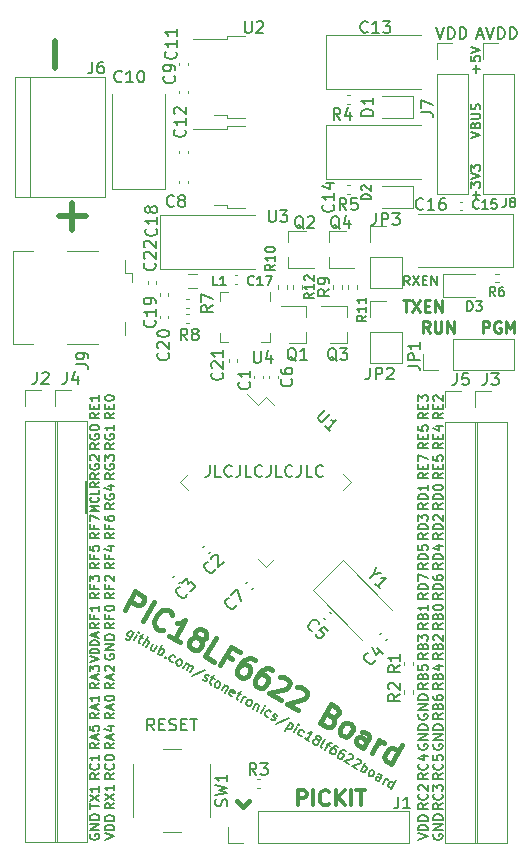
<source format=gbr>
%TF.GenerationSoftware,KiCad,Pcbnew,5.1.7-a382d34a8~87~ubuntu18.04.1*%
%TF.CreationDate,2020-10-15T21:21:34+02:00*%
%TF.ProjectId,veriController,76657269-436f-46e7-9472-6f6c6c65722e,rev?*%
%TF.SameCoordinates,Original*%
%TF.FileFunction,Legend,Top*%
%TF.FilePolarity,Positive*%
%FSLAX46Y46*%
G04 Gerber Fmt 4.6, Leading zero omitted, Abs format (unit mm)*
G04 Created by KiCad (PCBNEW 5.1.7-a382d34a8~87~ubuntu18.04.1) date 2020-10-15 21:21:34*
%MOMM*%
%LPD*%
G01*
G04 APERTURE LIST*
%ADD10C,0.150000*%
%ADD11C,0.400000*%
%ADD12C,0.250000*%
%ADD13C,0.200000*%
%ADD14C,0.450000*%
%ADD15C,0.325000*%
%ADD16C,0.500000*%
%ADD17C,0.175000*%
%ADD18C,0.120000*%
G04 APERTURE END LIST*
D10*
X60658952Y-96988380D02*
X60658952Y-97702666D01*
X60611333Y-97845523D01*
X60516095Y-97940761D01*
X60373238Y-97988380D01*
X60278000Y-97988380D01*
X61611333Y-97988380D02*
X61135142Y-97988380D01*
X61135142Y-96988380D01*
X62516095Y-97893142D02*
X62468476Y-97940761D01*
X62325619Y-97988380D01*
X62230380Y-97988380D01*
X62087523Y-97940761D01*
X61992285Y-97845523D01*
X61944666Y-97750285D01*
X61897047Y-97559809D01*
X61897047Y-97416952D01*
X61944666Y-97226476D01*
X61992285Y-97131238D01*
X62087523Y-97036000D01*
X62230380Y-96988380D01*
X62325619Y-96988380D01*
X62468476Y-97036000D01*
X62516095Y-97083619D01*
X63230380Y-96988380D02*
X63230380Y-97702666D01*
X63182761Y-97845523D01*
X63087523Y-97940761D01*
X62944666Y-97988380D01*
X62849428Y-97988380D01*
X64182761Y-97988380D02*
X63706571Y-97988380D01*
X63706571Y-96988380D01*
X65087523Y-97893142D02*
X65039904Y-97940761D01*
X64897047Y-97988380D01*
X64801809Y-97988380D01*
X64658952Y-97940761D01*
X64563714Y-97845523D01*
X64516095Y-97750285D01*
X64468476Y-97559809D01*
X64468476Y-97416952D01*
X64516095Y-97226476D01*
X64563714Y-97131238D01*
X64658952Y-97036000D01*
X64801809Y-96988380D01*
X64897047Y-96988380D01*
X65039904Y-97036000D01*
X65087523Y-97083619D01*
X65801809Y-96988380D02*
X65801809Y-97702666D01*
X65754190Y-97845523D01*
X65658952Y-97940761D01*
X65516095Y-97988380D01*
X65420857Y-97988380D01*
X66754190Y-97988380D02*
X66278000Y-97988380D01*
X66278000Y-96988380D01*
X67658952Y-97893142D02*
X67611333Y-97940761D01*
X67468476Y-97988380D01*
X67373238Y-97988380D01*
X67230380Y-97940761D01*
X67135142Y-97845523D01*
X67087523Y-97750285D01*
X67039904Y-97559809D01*
X67039904Y-97416952D01*
X67087523Y-97226476D01*
X67135142Y-97131238D01*
X67230380Y-97036000D01*
X67373238Y-96988380D01*
X67468476Y-96988380D01*
X67611333Y-97036000D01*
X67658952Y-97083619D01*
X68373238Y-96988380D02*
X68373238Y-97702666D01*
X68325619Y-97845523D01*
X68230380Y-97940761D01*
X68087523Y-97988380D01*
X67992285Y-97988380D01*
X69325619Y-97988380D02*
X68849428Y-97988380D01*
X68849428Y-96988380D01*
X70230380Y-97893142D02*
X70182761Y-97940761D01*
X70039904Y-97988380D01*
X69944666Y-97988380D01*
X69801809Y-97940761D01*
X69706571Y-97845523D01*
X69658952Y-97750285D01*
X69611333Y-97559809D01*
X69611333Y-97416952D01*
X69658952Y-97226476D01*
X69706571Y-97131238D01*
X69801809Y-97036000D01*
X69944666Y-96988380D01*
X70039904Y-96988380D01*
X70182761Y-97036000D01*
X70230380Y-97083619D01*
D11*
X63500000Y-125984000D02*
X64008000Y-125476000D01*
X62992000Y-125476000D02*
X63500000Y-125984000D01*
D12*
X79271904Y-85796380D02*
X78938571Y-85320190D01*
X78700476Y-85796380D02*
X78700476Y-84796380D01*
X79081428Y-84796380D01*
X79176666Y-84844000D01*
X79224285Y-84891619D01*
X79271904Y-84986857D01*
X79271904Y-85129714D01*
X79224285Y-85224952D01*
X79176666Y-85272571D01*
X79081428Y-85320190D01*
X78700476Y-85320190D01*
X79700476Y-84796380D02*
X79700476Y-85605904D01*
X79748095Y-85701142D01*
X79795714Y-85748761D01*
X79890952Y-85796380D01*
X80081428Y-85796380D01*
X80176666Y-85748761D01*
X80224285Y-85701142D01*
X80271904Y-85605904D01*
X80271904Y-84796380D01*
X80748095Y-85796380D02*
X80748095Y-84796380D01*
X81319523Y-85796380D01*
X81319523Y-84796380D01*
X83756666Y-85796380D02*
X83756666Y-84796380D01*
X84137619Y-84796380D01*
X84232857Y-84844000D01*
X84280476Y-84891619D01*
X84328095Y-84986857D01*
X84328095Y-85129714D01*
X84280476Y-85224952D01*
X84232857Y-85272571D01*
X84137619Y-85320190D01*
X83756666Y-85320190D01*
X85280476Y-84844000D02*
X85185238Y-84796380D01*
X85042380Y-84796380D01*
X84899523Y-84844000D01*
X84804285Y-84939238D01*
X84756666Y-85034476D01*
X84709047Y-85224952D01*
X84709047Y-85367809D01*
X84756666Y-85558285D01*
X84804285Y-85653523D01*
X84899523Y-85748761D01*
X85042380Y-85796380D01*
X85137619Y-85796380D01*
X85280476Y-85748761D01*
X85328095Y-85701142D01*
X85328095Y-85367809D01*
X85137619Y-85367809D01*
X85756666Y-85796380D02*
X85756666Y-84796380D01*
X86090000Y-85510666D01*
X86423333Y-84796380D01*
X86423333Y-85796380D01*
D13*
X54206042Y-111158300D02*
X53882232Y-111719154D01*
X53811145Y-111766090D01*
X53759106Y-111780034D01*
X53674076Y-111774930D01*
X53575101Y-111717787D01*
X53528166Y-111646700D01*
X53958423Y-111587189D02*
X53873392Y-111582085D01*
X53741426Y-111505894D01*
X53694491Y-111434808D01*
X53680547Y-111382769D01*
X53685651Y-111297738D01*
X53799937Y-111099789D01*
X53871023Y-111052854D01*
X53923062Y-111038910D01*
X54008093Y-111044014D01*
X54140059Y-111120205D01*
X54186994Y-111191291D01*
X54269289Y-111810656D02*
X54535956Y-111348776D01*
X54669289Y-111117836D02*
X54617250Y-111131780D01*
X54631194Y-111183819D01*
X54683233Y-111169875D01*
X54669289Y-111117836D01*
X54631194Y-111183819D01*
X54766896Y-111482109D02*
X55030828Y-111634490D01*
X54999204Y-111308312D02*
X54656347Y-111902158D01*
X54651243Y-111987189D01*
X54698178Y-112058275D01*
X54764161Y-112096371D01*
X54995101Y-112229704D02*
X55395101Y-111536884D01*
X55292024Y-112401133D02*
X55501548Y-112038227D01*
X55506652Y-111953196D01*
X55459716Y-111882109D01*
X55360742Y-111824967D01*
X55275712Y-111819863D01*
X55223673Y-111833807D01*
X56185528Y-112301157D02*
X55918862Y-112763037D01*
X55888605Y-112129728D02*
X55679081Y-112492634D01*
X55673978Y-112577665D01*
X55720913Y-112648752D01*
X55819887Y-112705894D01*
X55904918Y-112710998D01*
X55956957Y-112697054D01*
X56248776Y-112953513D02*
X56648776Y-112260693D01*
X56496395Y-112524625D02*
X56581426Y-112529728D01*
X56713391Y-112605919D01*
X56760327Y-112677006D01*
X56774270Y-112729045D01*
X56769167Y-112814075D01*
X56654881Y-113012024D01*
X56583794Y-113058959D01*
X56531755Y-113072903D01*
X56446725Y-113067799D01*
X56314759Y-112991609D01*
X56267824Y-112920522D01*
X56913709Y-113249435D02*
X56927652Y-113301474D01*
X56875613Y-113315418D01*
X56861670Y-113263379D01*
X56913709Y-113249435D01*
X56875613Y-113315418D01*
X57521498Y-113644332D02*
X57436468Y-113639228D01*
X57304502Y-113563037D01*
X57257567Y-113491951D01*
X57243623Y-113439912D01*
X57248727Y-113354881D01*
X57363013Y-113156932D01*
X57434099Y-113109997D01*
X57486138Y-113096053D01*
X57571169Y-113101157D01*
X57703135Y-113177348D01*
X57750070Y-113248434D01*
X57898348Y-113905894D02*
X57851413Y-113834808D01*
X57837469Y-113782769D01*
X57842573Y-113697738D01*
X57956859Y-113499789D01*
X58027945Y-113452854D01*
X58079984Y-113438910D01*
X58165015Y-113444014D01*
X58263989Y-113501157D01*
X58310924Y-113572244D01*
X58324868Y-113624283D01*
X58319764Y-113709313D01*
X58205479Y-113907262D01*
X58134392Y-113954197D01*
X58082353Y-113968141D01*
X57997322Y-113963037D01*
X57898348Y-113905894D01*
X58426211Y-114210656D02*
X58692878Y-113748776D01*
X58654783Y-113814759D02*
X58706822Y-113800815D01*
X58791852Y-113805919D01*
X58890827Y-113863062D01*
X58937762Y-113934148D01*
X58932658Y-114019179D01*
X58723134Y-114382085D01*
X58932658Y-114019179D02*
X59003745Y-113972244D01*
X59088775Y-113977348D01*
X59187750Y-114034490D01*
X59234685Y-114105577D01*
X59229581Y-114190608D01*
X59020057Y-114553513D01*
X60263891Y-114303892D02*
X59155759Y-114851804D01*
X60061840Y-115110998D02*
X60108775Y-115182085D01*
X60240741Y-115258275D01*
X60325771Y-115263379D01*
X60396858Y-115216444D01*
X60415905Y-115183452D01*
X60421009Y-115098422D01*
X60374074Y-115027335D01*
X60275100Y-114970192D01*
X60228164Y-114899106D01*
X60233268Y-114814075D01*
X60252316Y-114781084D01*
X60323403Y-114734148D01*
X60408433Y-114739252D01*
X60507407Y-114796395D01*
X60554343Y-114867482D01*
X60804330Y-114967824D02*
X61068262Y-115120205D01*
X61036638Y-114794026D02*
X60693781Y-115387872D01*
X60688677Y-115472903D01*
X60735612Y-115543990D01*
X60801595Y-115582085D01*
X61131510Y-115772561D02*
X61084574Y-115701474D01*
X61070631Y-115649435D01*
X61075734Y-115564405D01*
X61190020Y-115366456D01*
X61261107Y-115319521D01*
X61313146Y-115305577D01*
X61398176Y-115310681D01*
X61497151Y-115367824D01*
X61544086Y-115438910D01*
X61558030Y-115490949D01*
X61552926Y-115575980D01*
X61438640Y-115773929D01*
X61367554Y-115820864D01*
X61315515Y-115834808D01*
X61230484Y-115829704D01*
X61131510Y-115772561D01*
X61926039Y-115615443D02*
X61659373Y-116077323D01*
X61887944Y-115681426D02*
X61939983Y-115667482D01*
X62025014Y-115672586D01*
X62123988Y-115729728D01*
X62170923Y-115800815D01*
X62165820Y-115885846D01*
X61956296Y-116248752D01*
X62569189Y-116558617D02*
X62484159Y-116553513D01*
X62352193Y-116477323D01*
X62305258Y-116406236D01*
X62310362Y-116321206D01*
X62462743Y-116057274D01*
X62533829Y-116010339D01*
X62618860Y-116015443D01*
X62750826Y-116091633D01*
X62797761Y-116162720D01*
X62792657Y-116247750D01*
X62754562Y-116313733D01*
X62386552Y-116189240D01*
X63047749Y-116263062D02*
X63311680Y-116415443D01*
X63280056Y-116089265D02*
X62937199Y-116683111D01*
X62932095Y-116768141D01*
X62979031Y-116839228D01*
X63045013Y-116877323D01*
X63275954Y-117010656D02*
X63542620Y-116548776D01*
X63466430Y-116680742D02*
X63537516Y-116633807D01*
X63589555Y-116619863D01*
X63674586Y-116624967D01*
X63740569Y-116663062D01*
X63803817Y-117315418D02*
X63756881Y-117244332D01*
X63742938Y-117192292D01*
X63748041Y-117107262D01*
X63862327Y-116909313D01*
X63933414Y-116862378D01*
X63985453Y-116848434D01*
X64070483Y-116853538D01*
X64169458Y-116910681D01*
X64216393Y-116981768D01*
X64230337Y-117033807D01*
X64225233Y-117118837D01*
X64110947Y-117316786D01*
X64039861Y-117363721D01*
X63987821Y-117377665D01*
X63902791Y-117372561D01*
X63803817Y-117315418D01*
X64598346Y-117158300D02*
X64331680Y-117620180D01*
X64560251Y-117224283D02*
X64612290Y-117210339D01*
X64697321Y-117215443D01*
X64796295Y-117272586D01*
X64843230Y-117343672D01*
X64838127Y-117428703D01*
X64628603Y-117791609D01*
X64958517Y-117982085D02*
X65225184Y-117520205D01*
X65358517Y-117289265D02*
X65306478Y-117303208D01*
X65320422Y-117355247D01*
X65372461Y-117341304D01*
X65358517Y-117289265D01*
X65320422Y-117355247D01*
X65604402Y-118310998D02*
X65519372Y-118305894D01*
X65387406Y-118229704D01*
X65340471Y-118158617D01*
X65326527Y-118106578D01*
X65331631Y-118021548D01*
X65445916Y-117823599D01*
X65517003Y-117776664D01*
X65569042Y-117762720D01*
X65654073Y-117767824D01*
X65786038Y-117844014D01*
X65832974Y-117915101D01*
X65868334Y-118463379D02*
X65915269Y-118534466D01*
X66047235Y-118610656D01*
X66132265Y-118615760D01*
X66203352Y-118568825D01*
X66222400Y-118535833D01*
X66227503Y-118450803D01*
X66180568Y-118379716D01*
X66081594Y-118322573D01*
X66034659Y-118251487D01*
X66039762Y-118166456D01*
X66058810Y-118133465D01*
X66129897Y-118086529D01*
X66214927Y-118091633D01*
X66313901Y-118148776D01*
X66360837Y-118219863D01*
X67357051Y-118399130D02*
X66248920Y-118947042D01*
X67435611Y-118796395D02*
X67035611Y-119489215D01*
X67416563Y-118829387D02*
X67501593Y-118834490D01*
X67633559Y-118910681D01*
X67680495Y-118981768D01*
X67694438Y-119033807D01*
X67689335Y-119118837D01*
X67575049Y-119316786D01*
X67503962Y-119363721D01*
X67451923Y-119377665D01*
X67366893Y-119372561D01*
X67234927Y-119296371D01*
X67187992Y-119225284D01*
X67795781Y-119620180D02*
X68062448Y-119158300D01*
X68195781Y-118927360D02*
X68143742Y-118941304D01*
X68157686Y-118993343D01*
X68209725Y-118979399D01*
X68195781Y-118927360D01*
X68157686Y-118993343D01*
X68441666Y-119949093D02*
X68356636Y-119943990D01*
X68224670Y-119867799D01*
X68177735Y-119796712D01*
X68163791Y-119744673D01*
X68168895Y-119659643D01*
X68283181Y-119461694D01*
X68354267Y-119414759D01*
X68406306Y-119400815D01*
X68491337Y-119405919D01*
X68623303Y-119482109D01*
X68670238Y-119553196D01*
X69082448Y-120363037D02*
X68686550Y-120134466D01*
X68884499Y-120248752D02*
X69284499Y-119555931D01*
X69161373Y-119616810D01*
X69057295Y-119644698D01*
X68972265Y-119639594D01*
X69706916Y-120195711D02*
X69659981Y-120124625D01*
X69646037Y-120072586D01*
X69651141Y-119987555D01*
X69670189Y-119954564D01*
X69741275Y-119907628D01*
X69793314Y-119893685D01*
X69878345Y-119898788D01*
X70010311Y-119974979D01*
X70057246Y-120046066D01*
X70071190Y-120098105D01*
X70066086Y-120183135D01*
X70047038Y-120216127D01*
X69975952Y-120263062D01*
X69923913Y-120277006D01*
X69838882Y-120271902D01*
X69706916Y-120195711D01*
X69621886Y-120190608D01*
X69569847Y-120204551D01*
X69498760Y-120251487D01*
X69422570Y-120383452D01*
X69417466Y-120468483D01*
X69431410Y-120520522D01*
X69478345Y-120591609D01*
X69610311Y-120667799D01*
X69695341Y-120672903D01*
X69747380Y-120658959D01*
X69818467Y-120612024D01*
X69894657Y-120480058D01*
X69899761Y-120395028D01*
X69885817Y-120342989D01*
X69838882Y-120271902D01*
X70138174Y-120972561D02*
X70091239Y-120901474D01*
X70096342Y-120816444D01*
X70439200Y-120222598D01*
X70569798Y-120605919D02*
X70833729Y-120758300D01*
X70402105Y-121124942D02*
X70744963Y-120531096D01*
X70816049Y-120484161D01*
X70901080Y-120489265D01*
X70967063Y-120527360D01*
X71494926Y-120832122D02*
X71362960Y-120755931D01*
X71277929Y-120750827D01*
X71225890Y-120764771D01*
X71102765Y-120825650D01*
X70993583Y-120938569D01*
X70841202Y-121202500D01*
X70836098Y-121287531D01*
X70850042Y-121339570D01*
X70896977Y-121410656D01*
X71028943Y-121486847D01*
X71113973Y-121491951D01*
X71166012Y-121478007D01*
X71237099Y-121431071D01*
X71332337Y-121266114D01*
X71337441Y-121181084D01*
X71323497Y-121129045D01*
X71276562Y-121057958D01*
X71144596Y-120981768D01*
X71059566Y-120976664D01*
X71007527Y-120990608D01*
X70936440Y-121037543D01*
X72154755Y-121213074D02*
X72022789Y-121136884D01*
X71937758Y-121131780D01*
X71885719Y-121145724D01*
X71762594Y-121206603D01*
X71653412Y-121319521D01*
X71501031Y-121583452D01*
X71495927Y-121668483D01*
X71509871Y-121720522D01*
X71556806Y-121791609D01*
X71688772Y-121867799D01*
X71773802Y-121872903D01*
X71825841Y-121858959D01*
X71896928Y-121812024D01*
X71992166Y-121647067D01*
X71997270Y-121562036D01*
X71983326Y-121509997D01*
X71936391Y-121438910D01*
X71804425Y-121362720D01*
X71719395Y-121357616D01*
X71667355Y-121371560D01*
X71596269Y-121418495D01*
X72446574Y-121469533D02*
X72498613Y-121455589D01*
X72583643Y-121460693D01*
X72748601Y-121555931D01*
X72795536Y-121627018D01*
X72809480Y-121679057D01*
X72804376Y-121764087D01*
X72766281Y-121830070D01*
X72676146Y-121909997D01*
X72051678Y-122077323D01*
X72480566Y-122324942D01*
X73106403Y-121850486D02*
X73158442Y-121836542D01*
X73243472Y-121841646D01*
X73408429Y-121936884D01*
X73455365Y-122007970D01*
X73469309Y-122060009D01*
X73464205Y-122145040D01*
X73426110Y-122211023D01*
X73335975Y-122290949D01*
X72711507Y-122458275D01*
X73140395Y-122705894D01*
X73437318Y-122877323D02*
X73837318Y-122184503D01*
X73684937Y-122448434D02*
X73769968Y-122453538D01*
X73901934Y-122529728D01*
X73948869Y-122600815D01*
X73962813Y-122652854D01*
X73957709Y-122737885D01*
X73843423Y-122935833D01*
X73772337Y-122982769D01*
X73720297Y-122996712D01*
X73635267Y-122991609D01*
X73503301Y-122915418D01*
X73456366Y-122844332D01*
X74163130Y-123296371D02*
X74116195Y-123225284D01*
X74102251Y-123173245D01*
X74107355Y-123088214D01*
X74221640Y-122890266D01*
X74292727Y-122843330D01*
X74344766Y-122829387D01*
X74429797Y-122834490D01*
X74528771Y-122891633D01*
X74575706Y-122962720D01*
X74589650Y-123014759D01*
X74584546Y-123099789D01*
X74470261Y-123297738D01*
X74399174Y-123344673D01*
X74347135Y-123358617D01*
X74262104Y-123353513D01*
X74163130Y-123296371D01*
X74987916Y-123772561D02*
X75197440Y-123409655D01*
X75202544Y-123324625D01*
X75155608Y-123253538D01*
X75023643Y-123177348D01*
X74938612Y-123172244D01*
X75006964Y-123739570D02*
X74921933Y-123734466D01*
X74756976Y-123639228D01*
X74710041Y-123568141D01*
X74715145Y-123483111D01*
X74753240Y-123417128D01*
X74824326Y-123370192D01*
X74909357Y-123375296D01*
X75074314Y-123470534D01*
X75159345Y-123475638D01*
X75317831Y-123963037D02*
X75584497Y-123501157D01*
X75508307Y-123633123D02*
X75579393Y-123586188D01*
X75631433Y-123572244D01*
X75716463Y-123577348D01*
X75782446Y-123615443D01*
X76043642Y-124382085D02*
X76443642Y-123689265D01*
X76062690Y-124349093D02*
X75977659Y-124343990D01*
X75845694Y-124267799D01*
X75798758Y-124196712D01*
X75784815Y-124144673D01*
X75789918Y-124059643D01*
X75904204Y-123861694D01*
X75975291Y-123814759D01*
X76027330Y-123800815D01*
X76112360Y-123805919D01*
X76244326Y-123882109D01*
X76291261Y-123953196D01*
D14*
X53460783Y-109252906D02*
X54360783Y-107694060D01*
X54954629Y-108036917D01*
X55060233Y-108196862D01*
X55091607Y-108313950D01*
X55080123Y-108505269D01*
X54951552Y-108727961D01*
X54791607Y-108833565D01*
X54674519Y-108864939D01*
X54483200Y-108853456D01*
X53889354Y-108510598D01*
X55019629Y-110152906D02*
X55919629Y-108594060D01*
X56738419Y-110947302D02*
X56621331Y-110978675D01*
X56355782Y-110924334D01*
X56207321Y-110838620D01*
X56027485Y-110635818D01*
X55964738Y-110401642D01*
X55976222Y-110210324D01*
X56073420Y-109870543D01*
X56201991Y-109647851D01*
X56447650Y-109393785D01*
X56607595Y-109288181D01*
X56841771Y-109225434D01*
X57107321Y-109279774D01*
X57255782Y-109365489D01*
X57435617Y-109568291D01*
X57466991Y-109685379D01*
X58137320Y-111952906D02*
X57246551Y-111438620D01*
X57691935Y-111695763D02*
X58591935Y-110136917D01*
X58314903Y-110273895D01*
X58080727Y-110336642D01*
X57889408Y-110325159D01*
X59542375Y-111576423D02*
X59436770Y-111416478D01*
X59405397Y-111299390D01*
X59416880Y-111108071D01*
X59459737Y-111033840D01*
X59619682Y-110928236D01*
X59736770Y-110896862D01*
X59928089Y-110908346D01*
X60225012Y-111079774D01*
X60330616Y-111239719D01*
X60361990Y-111356807D01*
X60350506Y-111548126D01*
X60307649Y-111622357D01*
X60147704Y-111727961D01*
X60030616Y-111759335D01*
X59839298Y-111747851D01*
X59542375Y-111576423D01*
X59351056Y-111564939D01*
X59233968Y-111596313D01*
X59074023Y-111701917D01*
X58902595Y-111998840D01*
X58891111Y-112190159D01*
X58922485Y-112307247D01*
X59028089Y-112467192D01*
X59325012Y-112638620D01*
X59516331Y-112650104D01*
X59633419Y-112618730D01*
X59793364Y-112513126D01*
X59964792Y-112216203D01*
X59976276Y-112024884D01*
X59944902Y-111907796D01*
X59839298Y-111747851D01*
X61032319Y-113624334D02*
X60290012Y-113195763D01*
X61190012Y-111636917D01*
X62542978Y-113407796D02*
X62023363Y-113107796D01*
X61551934Y-113924334D02*
X62451934Y-112365489D01*
X63194242Y-112794060D01*
X64456165Y-113522632D02*
X64159242Y-113351203D01*
X63967923Y-113339719D01*
X63850835Y-113371093D01*
X63573802Y-113508071D01*
X63328143Y-113762137D01*
X62985286Y-114355983D01*
X62973802Y-114547302D01*
X63005176Y-114664389D01*
X63110780Y-114824334D01*
X63407703Y-114995763D01*
X63599022Y-115007247D01*
X63716110Y-114975873D01*
X63876055Y-114870269D01*
X64090340Y-114499115D01*
X64101824Y-114307796D01*
X64070450Y-114190708D01*
X63964846Y-114030763D01*
X63667923Y-113859335D01*
X63476604Y-113847851D01*
X63359516Y-113879225D01*
X63199571Y-113984829D01*
X65940780Y-114379774D02*
X65643857Y-114208346D01*
X65452538Y-114196862D01*
X65335450Y-114228236D01*
X65058417Y-114365214D01*
X64812758Y-114619280D01*
X64469901Y-115213126D01*
X64458417Y-115404444D01*
X64489791Y-115521532D01*
X64595395Y-115681477D01*
X64892318Y-115852906D01*
X65083637Y-115864389D01*
X65200725Y-115833016D01*
X65360670Y-115727411D01*
X65574955Y-115356258D01*
X65586439Y-115164939D01*
X65555065Y-115047851D01*
X65449461Y-114887906D01*
X65152538Y-114716478D01*
X64961219Y-114704994D01*
X64844131Y-114736368D01*
X64684186Y-114841972D01*
X66597373Y-114956807D02*
X66714461Y-114925434D01*
X66905779Y-114936917D01*
X67276933Y-115151203D01*
X67382537Y-115311148D01*
X67413911Y-115428236D01*
X67402428Y-115619555D01*
X67316713Y-115768016D01*
X67113911Y-115947851D01*
X65708856Y-116324334D01*
X66673856Y-116881477D01*
X68081988Y-115813950D02*
X68199076Y-115782577D01*
X68390394Y-115794060D01*
X68761548Y-116008346D01*
X68867152Y-116168291D01*
X68898526Y-116285379D01*
X68887043Y-116476697D01*
X68801328Y-116625159D01*
X68598526Y-116804994D01*
X67193471Y-117181477D01*
X68158471Y-117738620D01*
X71005284Y-118293511D02*
X71185119Y-118496313D01*
X71216492Y-118613401D01*
X71205009Y-118804719D01*
X71076437Y-119027411D01*
X70916492Y-119133016D01*
X70799404Y-119164389D01*
X70608086Y-119152906D01*
X70014240Y-118810049D01*
X70914240Y-117251203D01*
X71433855Y-117551203D01*
X71539459Y-117711148D01*
X71570833Y-117828236D01*
X71559349Y-118019555D01*
X71473635Y-118168016D01*
X71313690Y-118273620D01*
X71196602Y-118304994D01*
X71005284Y-118293511D01*
X70485668Y-117993511D01*
X71795778Y-119838620D02*
X71690173Y-119678675D01*
X71658800Y-119561587D01*
X71670283Y-119370269D01*
X71927426Y-118924884D01*
X72087371Y-118819280D01*
X72204459Y-118787906D01*
X72395778Y-118799390D01*
X72618470Y-118927961D01*
X72724074Y-119087906D01*
X72755448Y-119204994D01*
X72743964Y-119396313D01*
X72486822Y-119841697D01*
X72326877Y-119947302D01*
X72209789Y-119978675D01*
X72018470Y-119967192D01*
X71795778Y-119838620D01*
X73651547Y-120910049D02*
X74122975Y-120093511D01*
X74134459Y-119902192D01*
X74028854Y-119742247D01*
X73731931Y-119570818D01*
X73540613Y-119559335D01*
X73694404Y-120835818D02*
X73503085Y-120824334D01*
X73131931Y-120610049D01*
X73026327Y-120450104D01*
X73037810Y-120258785D01*
X73123525Y-120110324D01*
X73283470Y-120004719D01*
X73474788Y-120016203D01*
X73845942Y-120230488D01*
X74037261Y-120241972D01*
X74393854Y-121338620D02*
X74993854Y-120299390D01*
X74822425Y-120596313D02*
X74982370Y-120490708D01*
X75099458Y-120459335D01*
X75290777Y-120470818D01*
X75439238Y-120556533D01*
X76026930Y-122281477D02*
X76926930Y-120722632D01*
X76069788Y-122207247D02*
X75878469Y-122195763D01*
X75581546Y-122024334D01*
X75475942Y-121864389D01*
X75444568Y-121747302D01*
X75456052Y-121555983D01*
X75713194Y-121110598D01*
X75873139Y-121004994D01*
X75990227Y-120973620D01*
X76181546Y-120985104D01*
X76478469Y-121156533D01*
X76584073Y-121316478D01*
D10*
X55951619Y-119451380D02*
X55618285Y-118975190D01*
X55380190Y-119451380D02*
X55380190Y-118451380D01*
X55761142Y-118451380D01*
X55856380Y-118499000D01*
X55904000Y-118546619D01*
X55951619Y-118641857D01*
X55951619Y-118784714D01*
X55904000Y-118879952D01*
X55856380Y-118927571D01*
X55761142Y-118975190D01*
X55380190Y-118975190D01*
X56380190Y-118927571D02*
X56713523Y-118927571D01*
X56856380Y-119451380D02*
X56380190Y-119451380D01*
X56380190Y-118451380D01*
X56856380Y-118451380D01*
X57237333Y-119403761D02*
X57380190Y-119451380D01*
X57618285Y-119451380D01*
X57713523Y-119403761D01*
X57761142Y-119356142D01*
X57808761Y-119260904D01*
X57808761Y-119165666D01*
X57761142Y-119070428D01*
X57713523Y-119022809D01*
X57618285Y-118975190D01*
X57427809Y-118927571D01*
X57332571Y-118879952D01*
X57284952Y-118832333D01*
X57237333Y-118737095D01*
X57237333Y-118641857D01*
X57284952Y-118546619D01*
X57332571Y-118499000D01*
X57427809Y-118451380D01*
X57665904Y-118451380D01*
X57808761Y-118499000D01*
X58237333Y-118927571D02*
X58570666Y-118927571D01*
X58713523Y-119451380D02*
X58237333Y-119451380D01*
X58237333Y-118451380D01*
X58713523Y-118451380D01*
X58999238Y-118451380D02*
X59570666Y-118451380D01*
X59284952Y-119451380D02*
X59284952Y-118451380D01*
D15*
X68111238Y-125810095D02*
X68111238Y-124510095D01*
X68606476Y-124510095D01*
X68730285Y-124572000D01*
X68792190Y-124633904D01*
X68854095Y-124757714D01*
X68854095Y-124943428D01*
X68792190Y-125067238D01*
X68730285Y-125129142D01*
X68606476Y-125191047D01*
X68111238Y-125191047D01*
X69411238Y-125810095D02*
X69411238Y-124510095D01*
X70773142Y-125686285D02*
X70711238Y-125748190D01*
X70525523Y-125810095D01*
X70401714Y-125810095D01*
X70216000Y-125748190D01*
X70092190Y-125624380D01*
X70030285Y-125500571D01*
X69968380Y-125252952D01*
X69968380Y-125067238D01*
X70030285Y-124819619D01*
X70092190Y-124695809D01*
X70216000Y-124572000D01*
X70401714Y-124510095D01*
X70525523Y-124510095D01*
X70711238Y-124572000D01*
X70773142Y-124633904D01*
X71330285Y-125810095D02*
X71330285Y-124510095D01*
X72073142Y-125810095D02*
X71516000Y-125067238D01*
X72073142Y-124510095D02*
X71330285Y-125252952D01*
X72630285Y-125810095D02*
X72630285Y-124510095D01*
X73063619Y-124510095D02*
X73806476Y-124510095D01*
X73435047Y-125810095D02*
X73435047Y-124510095D01*
D10*
X83296333Y-60618666D02*
X83772523Y-60618666D01*
X83201095Y-60904380D02*
X83534428Y-59904380D01*
X83867761Y-60904380D01*
X84058238Y-59904380D02*
X84391571Y-60904380D01*
X84724904Y-59904380D01*
X85058238Y-60904380D02*
X85058238Y-59904380D01*
X85296333Y-59904380D01*
X85439190Y-59952000D01*
X85534428Y-60047238D01*
X85582047Y-60142476D01*
X85629666Y-60332952D01*
X85629666Y-60475809D01*
X85582047Y-60666285D01*
X85534428Y-60761523D01*
X85439190Y-60856761D01*
X85296333Y-60904380D01*
X85058238Y-60904380D01*
X86058238Y-60904380D02*
X86058238Y-59904380D01*
X86296333Y-59904380D01*
X86439190Y-59952000D01*
X86534428Y-60047238D01*
X86582047Y-60142476D01*
X86629666Y-60332952D01*
X86629666Y-60475809D01*
X86582047Y-60666285D01*
X86534428Y-60761523D01*
X86439190Y-60856761D01*
X86296333Y-60904380D01*
X86058238Y-60904380D01*
X79819666Y-59904380D02*
X80153000Y-60904380D01*
X80486333Y-59904380D01*
X80819666Y-60904380D02*
X80819666Y-59904380D01*
X81057761Y-59904380D01*
X81200619Y-59952000D01*
X81295857Y-60047238D01*
X81343476Y-60142476D01*
X81391095Y-60332952D01*
X81391095Y-60475809D01*
X81343476Y-60666285D01*
X81295857Y-60761523D01*
X81200619Y-60856761D01*
X81057761Y-60904380D01*
X80819666Y-60904380D01*
X81819666Y-60904380D02*
X81819666Y-59904380D01*
X82057761Y-59904380D01*
X82200619Y-59952000D01*
X82295857Y-60047238D01*
X82343476Y-60142476D01*
X82391095Y-60332952D01*
X82391095Y-60475809D01*
X82343476Y-60666285D01*
X82295857Y-60761523D01*
X82200619Y-60856761D01*
X82057761Y-60904380D01*
X81819666Y-60904380D01*
X83242142Y-74434523D02*
X83242142Y-73825000D01*
X83546904Y-74129761D02*
X82937380Y-74129761D01*
X82746904Y-73520238D02*
X82746904Y-73025000D01*
X83051666Y-73291666D01*
X83051666Y-73177380D01*
X83089761Y-73101190D01*
X83127857Y-73063095D01*
X83204047Y-73025000D01*
X83394523Y-73025000D01*
X83470714Y-73063095D01*
X83508809Y-73101190D01*
X83546904Y-73177380D01*
X83546904Y-73405952D01*
X83508809Y-73482142D01*
X83470714Y-73520238D01*
X82746904Y-72796428D02*
X83546904Y-72529761D01*
X82746904Y-72263095D01*
X82746904Y-72072619D02*
X82746904Y-71577380D01*
X83051666Y-71844047D01*
X83051666Y-71729761D01*
X83089761Y-71653571D01*
X83127857Y-71615476D01*
X83204047Y-71577380D01*
X83394523Y-71577380D01*
X83470714Y-71615476D01*
X83508809Y-71653571D01*
X83546904Y-71729761D01*
X83546904Y-71958333D01*
X83508809Y-72034523D01*
X83470714Y-72072619D01*
X82746904Y-69284666D02*
X83546904Y-69018000D01*
X82746904Y-68751333D01*
X83127857Y-68218000D02*
X83165952Y-68103714D01*
X83204047Y-68065619D01*
X83280238Y-68027523D01*
X83394523Y-68027523D01*
X83470714Y-68065619D01*
X83508809Y-68103714D01*
X83546904Y-68179904D01*
X83546904Y-68484666D01*
X82746904Y-68484666D01*
X82746904Y-68218000D01*
X82785000Y-68141809D01*
X82823095Y-68103714D01*
X82899285Y-68065619D01*
X82975476Y-68065619D01*
X83051666Y-68103714D01*
X83089761Y-68141809D01*
X83127857Y-68218000D01*
X83127857Y-68484666D01*
X82746904Y-67684666D02*
X83394523Y-67684666D01*
X83470714Y-67646571D01*
X83508809Y-67608476D01*
X83546904Y-67532285D01*
X83546904Y-67379904D01*
X83508809Y-67303714D01*
X83470714Y-67265619D01*
X83394523Y-67227523D01*
X82746904Y-67227523D01*
X83508809Y-66884666D02*
X83546904Y-66770380D01*
X83546904Y-66579904D01*
X83508809Y-66503714D01*
X83470714Y-66465619D01*
X83394523Y-66427523D01*
X83318333Y-66427523D01*
X83242142Y-66465619D01*
X83204047Y-66503714D01*
X83165952Y-66579904D01*
X83127857Y-66732285D01*
X83089761Y-66808476D01*
X83051666Y-66846571D01*
X82975476Y-66884666D01*
X82899285Y-66884666D01*
X82823095Y-66846571D01*
X82785000Y-66808476D01*
X82746904Y-66732285D01*
X82746904Y-66541809D01*
X82785000Y-66427523D01*
X83242142Y-63766571D02*
X83242142Y-63157047D01*
X83546904Y-63461809D02*
X82937380Y-63461809D01*
X82746904Y-62395142D02*
X82746904Y-62776095D01*
X83127857Y-62814190D01*
X83089761Y-62776095D01*
X83051666Y-62699904D01*
X83051666Y-62509428D01*
X83089761Y-62433238D01*
X83127857Y-62395142D01*
X83204047Y-62357047D01*
X83394523Y-62357047D01*
X83470714Y-62395142D01*
X83508809Y-62433238D01*
X83546904Y-62509428D01*
X83546904Y-62699904D01*
X83508809Y-62776095D01*
X83470714Y-62814190D01*
X82746904Y-62128476D02*
X83546904Y-61861809D01*
X82746904Y-61595142D01*
D12*
X77001904Y-83018380D02*
X77573333Y-83018380D01*
X77287619Y-84018380D02*
X77287619Y-83018380D01*
X77811428Y-83018380D02*
X78478095Y-84018380D01*
X78478095Y-83018380D02*
X77811428Y-84018380D01*
X78859047Y-83494571D02*
X79192380Y-83494571D01*
X79335238Y-84018380D02*
X78859047Y-84018380D01*
X78859047Y-83018380D01*
X79335238Y-83018380D01*
X79763809Y-84018380D02*
X79763809Y-83018380D01*
X80335238Y-84018380D01*
X80335238Y-83018380D01*
D13*
X77571714Y-81768904D02*
X77305047Y-81387952D01*
X77114571Y-81768904D02*
X77114571Y-80968904D01*
X77419333Y-80968904D01*
X77495523Y-81007000D01*
X77533619Y-81045095D01*
X77571714Y-81121285D01*
X77571714Y-81235571D01*
X77533619Y-81311761D01*
X77495523Y-81349857D01*
X77419333Y-81387952D01*
X77114571Y-81387952D01*
X77838380Y-80968904D02*
X78371714Y-81768904D01*
X78371714Y-80968904D02*
X77838380Y-81768904D01*
X78676476Y-81349857D02*
X78943142Y-81349857D01*
X79057428Y-81768904D02*
X78676476Y-81768904D01*
X78676476Y-80968904D01*
X79057428Y-80968904D01*
X79400285Y-81768904D02*
X79400285Y-80968904D01*
X79857428Y-81768904D01*
X79857428Y-80968904D01*
D16*
X47585285Y-63372857D02*
X47585285Y-61087142D01*
X47879142Y-75906285D02*
X50164857Y-75906285D01*
X49022000Y-77049142D02*
X49022000Y-74763428D01*
D13*
X50527000Y-128244523D02*
X50488904Y-128320714D01*
X50488904Y-128435000D01*
X50527000Y-128549285D01*
X50603190Y-128625476D01*
X50679380Y-128663571D01*
X50831761Y-128701666D01*
X50946047Y-128701666D01*
X51098428Y-128663571D01*
X51174619Y-128625476D01*
X51250809Y-128549285D01*
X51288904Y-128435000D01*
X51288904Y-128358809D01*
X51250809Y-128244523D01*
X51212714Y-128206428D01*
X50946047Y-128206428D01*
X50946047Y-128358809D01*
X51288904Y-127863571D02*
X50488904Y-127863571D01*
X51288904Y-127406428D01*
X50488904Y-127406428D01*
X51288904Y-127025476D02*
X50488904Y-127025476D01*
X50488904Y-126835000D01*
X50527000Y-126720714D01*
X50603190Y-126644523D01*
X50679380Y-126606428D01*
X50831761Y-126568333D01*
X50946047Y-126568333D01*
X51098428Y-126606428D01*
X51174619Y-126644523D01*
X51250809Y-126720714D01*
X51288904Y-126835000D01*
X51288904Y-127025476D01*
X51758904Y-128701666D02*
X52558904Y-128435000D01*
X51758904Y-128168333D01*
X52558904Y-127901666D02*
X51758904Y-127901666D01*
X51758904Y-127711190D01*
X51797000Y-127596904D01*
X51873190Y-127520714D01*
X51949380Y-127482619D01*
X52101761Y-127444523D01*
X52216047Y-127444523D01*
X52368428Y-127482619D01*
X52444619Y-127520714D01*
X52520809Y-127596904D01*
X52558904Y-127711190D01*
X52558904Y-127901666D01*
X52558904Y-127101666D02*
X51758904Y-127101666D01*
X51758904Y-126911190D01*
X51797000Y-126796904D01*
X51873190Y-126720714D01*
X51949380Y-126682619D01*
X52101761Y-126644523D01*
X52216047Y-126644523D01*
X52368428Y-126682619D01*
X52444619Y-126720714D01*
X52520809Y-126796904D01*
X52558904Y-126911190D01*
X52558904Y-127101666D01*
X50488904Y-126085476D02*
X50488904Y-125628333D01*
X51288904Y-125856904D02*
X50488904Y-125856904D01*
X50488904Y-125437857D02*
X51288904Y-124904523D01*
X50488904Y-124904523D02*
X51288904Y-125437857D01*
X51288904Y-124180714D02*
X51288904Y-124637857D01*
X51288904Y-124409285D02*
X50488904Y-124409285D01*
X50603190Y-124485476D01*
X50679380Y-124561666D01*
X50717476Y-124637857D01*
X52558904Y-125609285D02*
X52177952Y-125875952D01*
X52558904Y-126066428D02*
X51758904Y-126066428D01*
X51758904Y-125761666D01*
X51797000Y-125685476D01*
X51835095Y-125647380D01*
X51911285Y-125609285D01*
X52025571Y-125609285D01*
X52101761Y-125647380D01*
X52139857Y-125685476D01*
X52177952Y-125761666D01*
X52177952Y-126066428D01*
X51758904Y-125342619D02*
X52558904Y-124809285D01*
X51758904Y-124809285D02*
X52558904Y-125342619D01*
X52558904Y-124085476D02*
X52558904Y-124542619D01*
X52558904Y-124314047D02*
X51758904Y-124314047D01*
X51873190Y-124390238D01*
X51949380Y-124466428D01*
X51987476Y-124542619D01*
X51288904Y-123088333D02*
X50907952Y-123355000D01*
X51288904Y-123545476D02*
X50488904Y-123545476D01*
X50488904Y-123240714D01*
X50527000Y-123164523D01*
X50565095Y-123126428D01*
X50641285Y-123088333D01*
X50755571Y-123088333D01*
X50831761Y-123126428D01*
X50869857Y-123164523D01*
X50907952Y-123240714D01*
X50907952Y-123545476D01*
X51212714Y-122288333D02*
X51250809Y-122326428D01*
X51288904Y-122440714D01*
X51288904Y-122516904D01*
X51250809Y-122631190D01*
X51174619Y-122707380D01*
X51098428Y-122745476D01*
X50946047Y-122783571D01*
X50831761Y-122783571D01*
X50679380Y-122745476D01*
X50603190Y-122707380D01*
X50527000Y-122631190D01*
X50488904Y-122516904D01*
X50488904Y-122440714D01*
X50527000Y-122326428D01*
X50565095Y-122288333D01*
X51288904Y-121526428D02*
X51288904Y-121983571D01*
X51288904Y-121755000D02*
X50488904Y-121755000D01*
X50603190Y-121831190D01*
X50679380Y-121907380D01*
X50717476Y-121983571D01*
X52558904Y-123088333D02*
X52177952Y-123355000D01*
X52558904Y-123545476D02*
X51758904Y-123545476D01*
X51758904Y-123240714D01*
X51797000Y-123164523D01*
X51835095Y-123126428D01*
X51911285Y-123088333D01*
X52025571Y-123088333D01*
X52101761Y-123126428D01*
X52139857Y-123164523D01*
X52177952Y-123240714D01*
X52177952Y-123545476D01*
X52482714Y-122288333D02*
X52520809Y-122326428D01*
X52558904Y-122440714D01*
X52558904Y-122516904D01*
X52520809Y-122631190D01*
X52444619Y-122707380D01*
X52368428Y-122745476D01*
X52216047Y-122783571D01*
X52101761Y-122783571D01*
X51949380Y-122745476D01*
X51873190Y-122707380D01*
X51797000Y-122631190D01*
X51758904Y-122516904D01*
X51758904Y-122440714D01*
X51797000Y-122326428D01*
X51835095Y-122288333D01*
X51758904Y-121793095D02*
X51758904Y-121716904D01*
X51797000Y-121640714D01*
X51835095Y-121602619D01*
X51911285Y-121564523D01*
X52063666Y-121526428D01*
X52254142Y-121526428D01*
X52406523Y-121564523D01*
X52482714Y-121602619D01*
X52520809Y-121640714D01*
X52558904Y-121716904D01*
X52558904Y-121793095D01*
X52520809Y-121869285D01*
X52482714Y-121907380D01*
X52406523Y-121945476D01*
X52254142Y-121983571D01*
X52063666Y-121983571D01*
X51911285Y-121945476D01*
X51835095Y-121907380D01*
X51797000Y-121869285D01*
X51758904Y-121793095D01*
X51288904Y-120491190D02*
X50907952Y-120757857D01*
X51288904Y-120948333D02*
X50488904Y-120948333D01*
X50488904Y-120643571D01*
X50527000Y-120567380D01*
X50565095Y-120529285D01*
X50641285Y-120491190D01*
X50755571Y-120491190D01*
X50831761Y-120529285D01*
X50869857Y-120567380D01*
X50907952Y-120643571D01*
X50907952Y-120948333D01*
X51060333Y-120186428D02*
X51060333Y-119805476D01*
X51288904Y-120262619D02*
X50488904Y-119995952D01*
X51288904Y-119729285D01*
X50488904Y-119081666D02*
X50488904Y-119462619D01*
X50869857Y-119500714D01*
X50831761Y-119462619D01*
X50793666Y-119386428D01*
X50793666Y-119195952D01*
X50831761Y-119119761D01*
X50869857Y-119081666D01*
X50946047Y-119043571D01*
X51136523Y-119043571D01*
X51212714Y-119081666D01*
X51250809Y-119119761D01*
X51288904Y-119195952D01*
X51288904Y-119386428D01*
X51250809Y-119462619D01*
X51212714Y-119500714D01*
X52558904Y-120491190D02*
X52177952Y-120757857D01*
X52558904Y-120948333D02*
X51758904Y-120948333D01*
X51758904Y-120643571D01*
X51797000Y-120567380D01*
X51835095Y-120529285D01*
X51911285Y-120491190D01*
X52025571Y-120491190D01*
X52101761Y-120529285D01*
X52139857Y-120567380D01*
X52177952Y-120643571D01*
X52177952Y-120948333D01*
X52330333Y-120186428D02*
X52330333Y-119805476D01*
X52558904Y-120262619D02*
X51758904Y-119995952D01*
X52558904Y-119729285D01*
X52025571Y-119119761D02*
X52558904Y-119119761D01*
X51720809Y-119310238D02*
X52292238Y-119500714D01*
X52292238Y-119005476D01*
X51288904Y-117951190D02*
X50907952Y-118217857D01*
X51288904Y-118408333D02*
X50488904Y-118408333D01*
X50488904Y-118103571D01*
X50527000Y-118027380D01*
X50565095Y-117989285D01*
X50641285Y-117951190D01*
X50755571Y-117951190D01*
X50831761Y-117989285D01*
X50869857Y-118027380D01*
X50907952Y-118103571D01*
X50907952Y-118408333D01*
X51060333Y-117646428D02*
X51060333Y-117265476D01*
X51288904Y-117722619D02*
X50488904Y-117455952D01*
X51288904Y-117189285D01*
X51288904Y-116503571D02*
X51288904Y-116960714D01*
X51288904Y-116732142D02*
X50488904Y-116732142D01*
X50603190Y-116808333D01*
X50679380Y-116884523D01*
X50717476Y-116960714D01*
X52558904Y-117951190D02*
X52177952Y-118217857D01*
X52558904Y-118408333D02*
X51758904Y-118408333D01*
X51758904Y-118103571D01*
X51797000Y-118027380D01*
X51835095Y-117989285D01*
X51911285Y-117951190D01*
X52025571Y-117951190D01*
X52101761Y-117989285D01*
X52139857Y-118027380D01*
X52177952Y-118103571D01*
X52177952Y-118408333D01*
X52330333Y-117646428D02*
X52330333Y-117265476D01*
X52558904Y-117722619D02*
X51758904Y-117455952D01*
X52558904Y-117189285D01*
X51758904Y-116770238D02*
X51758904Y-116694047D01*
X51797000Y-116617857D01*
X51835095Y-116579761D01*
X51911285Y-116541666D01*
X52063666Y-116503571D01*
X52254142Y-116503571D01*
X52406523Y-116541666D01*
X52482714Y-116579761D01*
X52520809Y-116617857D01*
X52558904Y-116694047D01*
X52558904Y-116770238D01*
X52520809Y-116846428D01*
X52482714Y-116884523D01*
X52406523Y-116922619D01*
X52254142Y-116960714D01*
X52063666Y-116960714D01*
X51911285Y-116922619D01*
X51835095Y-116884523D01*
X51797000Y-116846428D01*
X51758904Y-116770238D01*
X51288904Y-115411190D02*
X50907952Y-115677857D01*
X51288904Y-115868333D02*
X50488904Y-115868333D01*
X50488904Y-115563571D01*
X50527000Y-115487380D01*
X50565095Y-115449285D01*
X50641285Y-115411190D01*
X50755571Y-115411190D01*
X50831761Y-115449285D01*
X50869857Y-115487380D01*
X50907952Y-115563571D01*
X50907952Y-115868333D01*
X51060333Y-115106428D02*
X51060333Y-114725476D01*
X51288904Y-115182619D02*
X50488904Y-114915952D01*
X51288904Y-114649285D01*
X50488904Y-114458809D02*
X50488904Y-113963571D01*
X50793666Y-114230238D01*
X50793666Y-114115952D01*
X50831761Y-114039761D01*
X50869857Y-114001666D01*
X50946047Y-113963571D01*
X51136523Y-113963571D01*
X51212714Y-114001666D01*
X51250809Y-114039761D01*
X51288904Y-114115952D01*
X51288904Y-114344523D01*
X51250809Y-114420714D01*
X51212714Y-114458809D01*
X52558904Y-115411190D02*
X52177952Y-115677857D01*
X52558904Y-115868333D02*
X51758904Y-115868333D01*
X51758904Y-115563571D01*
X51797000Y-115487380D01*
X51835095Y-115449285D01*
X51911285Y-115411190D01*
X52025571Y-115411190D01*
X52101761Y-115449285D01*
X52139857Y-115487380D01*
X52177952Y-115563571D01*
X52177952Y-115868333D01*
X52330333Y-115106428D02*
X52330333Y-114725476D01*
X52558904Y-115182619D02*
X51758904Y-114915952D01*
X52558904Y-114649285D01*
X51835095Y-114420714D02*
X51797000Y-114382619D01*
X51758904Y-114306428D01*
X51758904Y-114115952D01*
X51797000Y-114039761D01*
X51835095Y-114001666D01*
X51911285Y-113963571D01*
X51987476Y-113963571D01*
X52101761Y-114001666D01*
X52558904Y-114458809D01*
X52558904Y-113963571D01*
D17*
X50543666Y-113628333D02*
X51243666Y-113395000D01*
X50543666Y-113161666D01*
X51243666Y-112928333D02*
X50543666Y-112928333D01*
X50543666Y-112761666D01*
X50577000Y-112661666D01*
X50643666Y-112595000D01*
X50710333Y-112561666D01*
X50843666Y-112528333D01*
X50943666Y-112528333D01*
X51077000Y-112561666D01*
X51143666Y-112595000D01*
X51210333Y-112661666D01*
X51243666Y-112761666D01*
X51243666Y-112928333D01*
X51243666Y-112228333D02*
X50543666Y-112228333D01*
X50543666Y-112061666D01*
X50577000Y-111961666D01*
X50643666Y-111895000D01*
X50710333Y-111861666D01*
X50843666Y-111828333D01*
X50943666Y-111828333D01*
X51077000Y-111861666D01*
X51143666Y-111895000D01*
X51210333Y-111961666D01*
X51243666Y-112061666D01*
X51243666Y-112228333D01*
X51043666Y-111561666D02*
X51043666Y-111228333D01*
X51243666Y-111628333D02*
X50543666Y-111395000D01*
X51243666Y-111161666D01*
D13*
X51797000Y-113004523D02*
X51758904Y-113080714D01*
X51758904Y-113195000D01*
X51797000Y-113309285D01*
X51873190Y-113385476D01*
X51949380Y-113423571D01*
X52101761Y-113461666D01*
X52216047Y-113461666D01*
X52368428Y-113423571D01*
X52444619Y-113385476D01*
X52520809Y-113309285D01*
X52558904Y-113195000D01*
X52558904Y-113118809D01*
X52520809Y-113004523D01*
X52482714Y-112966428D01*
X52216047Y-112966428D01*
X52216047Y-113118809D01*
X52558904Y-112623571D02*
X51758904Y-112623571D01*
X52558904Y-112166428D01*
X51758904Y-112166428D01*
X52558904Y-111785476D02*
X51758904Y-111785476D01*
X51758904Y-111595000D01*
X51797000Y-111480714D01*
X51873190Y-111404523D01*
X51949380Y-111366428D01*
X52101761Y-111328333D01*
X52216047Y-111328333D01*
X52368428Y-111366428D01*
X52444619Y-111404523D01*
X52520809Y-111480714D01*
X52558904Y-111595000D01*
X52558904Y-111785476D01*
X51288904Y-110331190D02*
X50907952Y-110597857D01*
X51288904Y-110788333D02*
X50488904Y-110788333D01*
X50488904Y-110483571D01*
X50527000Y-110407380D01*
X50565095Y-110369285D01*
X50641285Y-110331190D01*
X50755571Y-110331190D01*
X50831761Y-110369285D01*
X50869857Y-110407380D01*
X50907952Y-110483571D01*
X50907952Y-110788333D01*
X50869857Y-109721666D02*
X50869857Y-109988333D01*
X51288904Y-109988333D02*
X50488904Y-109988333D01*
X50488904Y-109607380D01*
X51288904Y-108883571D02*
X51288904Y-109340714D01*
X51288904Y-109112142D02*
X50488904Y-109112142D01*
X50603190Y-109188333D01*
X50679380Y-109264523D01*
X50717476Y-109340714D01*
X52558904Y-110331190D02*
X52177952Y-110597857D01*
X52558904Y-110788333D02*
X51758904Y-110788333D01*
X51758904Y-110483571D01*
X51797000Y-110407380D01*
X51835095Y-110369285D01*
X51911285Y-110331190D01*
X52025571Y-110331190D01*
X52101761Y-110369285D01*
X52139857Y-110407380D01*
X52177952Y-110483571D01*
X52177952Y-110788333D01*
X52139857Y-109721666D02*
X52139857Y-109988333D01*
X52558904Y-109988333D02*
X51758904Y-109988333D01*
X51758904Y-109607380D01*
X51758904Y-109150238D02*
X51758904Y-109074047D01*
X51797000Y-108997857D01*
X51835095Y-108959761D01*
X51911285Y-108921666D01*
X52063666Y-108883571D01*
X52254142Y-108883571D01*
X52406523Y-108921666D01*
X52482714Y-108959761D01*
X52520809Y-108997857D01*
X52558904Y-109074047D01*
X52558904Y-109150238D01*
X52520809Y-109226428D01*
X52482714Y-109264523D01*
X52406523Y-109302619D01*
X52254142Y-109340714D01*
X52063666Y-109340714D01*
X51911285Y-109302619D01*
X51835095Y-109264523D01*
X51797000Y-109226428D01*
X51758904Y-109150238D01*
X51288904Y-107791190D02*
X50907952Y-108057857D01*
X51288904Y-108248333D02*
X50488904Y-108248333D01*
X50488904Y-107943571D01*
X50527000Y-107867380D01*
X50565095Y-107829285D01*
X50641285Y-107791190D01*
X50755571Y-107791190D01*
X50831761Y-107829285D01*
X50869857Y-107867380D01*
X50907952Y-107943571D01*
X50907952Y-108248333D01*
X50869857Y-107181666D02*
X50869857Y-107448333D01*
X51288904Y-107448333D02*
X50488904Y-107448333D01*
X50488904Y-107067380D01*
X50488904Y-106838809D02*
X50488904Y-106343571D01*
X50793666Y-106610238D01*
X50793666Y-106495952D01*
X50831761Y-106419761D01*
X50869857Y-106381666D01*
X50946047Y-106343571D01*
X51136523Y-106343571D01*
X51212714Y-106381666D01*
X51250809Y-106419761D01*
X51288904Y-106495952D01*
X51288904Y-106724523D01*
X51250809Y-106800714D01*
X51212714Y-106838809D01*
X52558904Y-107791190D02*
X52177952Y-108057857D01*
X52558904Y-108248333D02*
X51758904Y-108248333D01*
X51758904Y-107943571D01*
X51797000Y-107867380D01*
X51835095Y-107829285D01*
X51911285Y-107791190D01*
X52025571Y-107791190D01*
X52101761Y-107829285D01*
X52139857Y-107867380D01*
X52177952Y-107943571D01*
X52177952Y-108248333D01*
X52139857Y-107181666D02*
X52139857Y-107448333D01*
X52558904Y-107448333D02*
X51758904Y-107448333D01*
X51758904Y-107067380D01*
X51835095Y-106800714D02*
X51797000Y-106762619D01*
X51758904Y-106686428D01*
X51758904Y-106495952D01*
X51797000Y-106419761D01*
X51835095Y-106381666D01*
X51911285Y-106343571D01*
X51987476Y-106343571D01*
X52101761Y-106381666D01*
X52558904Y-106838809D01*
X52558904Y-106343571D01*
X51288904Y-105251190D02*
X50907952Y-105517857D01*
X51288904Y-105708333D02*
X50488904Y-105708333D01*
X50488904Y-105403571D01*
X50527000Y-105327380D01*
X50565095Y-105289285D01*
X50641285Y-105251190D01*
X50755571Y-105251190D01*
X50831761Y-105289285D01*
X50869857Y-105327380D01*
X50907952Y-105403571D01*
X50907952Y-105708333D01*
X50869857Y-104641666D02*
X50869857Y-104908333D01*
X51288904Y-104908333D02*
X50488904Y-104908333D01*
X50488904Y-104527380D01*
X50488904Y-103841666D02*
X50488904Y-104222619D01*
X50869857Y-104260714D01*
X50831761Y-104222619D01*
X50793666Y-104146428D01*
X50793666Y-103955952D01*
X50831761Y-103879761D01*
X50869857Y-103841666D01*
X50946047Y-103803571D01*
X51136523Y-103803571D01*
X51212714Y-103841666D01*
X51250809Y-103879761D01*
X51288904Y-103955952D01*
X51288904Y-104146428D01*
X51250809Y-104222619D01*
X51212714Y-104260714D01*
X52558904Y-105251190D02*
X52177952Y-105517857D01*
X52558904Y-105708333D02*
X51758904Y-105708333D01*
X51758904Y-105403571D01*
X51797000Y-105327380D01*
X51835095Y-105289285D01*
X51911285Y-105251190D01*
X52025571Y-105251190D01*
X52101761Y-105289285D01*
X52139857Y-105327380D01*
X52177952Y-105403571D01*
X52177952Y-105708333D01*
X52139857Y-104641666D02*
X52139857Y-104908333D01*
X52558904Y-104908333D02*
X51758904Y-104908333D01*
X51758904Y-104527380D01*
X52025571Y-103879761D02*
X52558904Y-103879761D01*
X51720809Y-104070238D02*
X52292238Y-104260714D01*
X52292238Y-103765476D01*
X51288904Y-102711190D02*
X50907952Y-102977857D01*
X51288904Y-103168333D02*
X50488904Y-103168333D01*
X50488904Y-102863571D01*
X50527000Y-102787380D01*
X50565095Y-102749285D01*
X50641285Y-102711190D01*
X50755571Y-102711190D01*
X50831761Y-102749285D01*
X50869857Y-102787380D01*
X50907952Y-102863571D01*
X50907952Y-103168333D01*
X50869857Y-102101666D02*
X50869857Y-102368333D01*
X51288904Y-102368333D02*
X50488904Y-102368333D01*
X50488904Y-101987380D01*
X50488904Y-101758809D02*
X50488904Y-101225476D01*
X51288904Y-101568333D01*
X52558904Y-102711190D02*
X52177952Y-102977857D01*
X52558904Y-103168333D02*
X51758904Y-103168333D01*
X51758904Y-102863571D01*
X51797000Y-102787380D01*
X51835095Y-102749285D01*
X51911285Y-102711190D01*
X52025571Y-102711190D01*
X52101761Y-102749285D01*
X52139857Y-102787380D01*
X52177952Y-102863571D01*
X52177952Y-103168333D01*
X52139857Y-102101666D02*
X52139857Y-102368333D01*
X52558904Y-102368333D02*
X51758904Y-102368333D01*
X51758904Y-101987380D01*
X51758904Y-101339761D02*
X51758904Y-101492142D01*
X51797000Y-101568333D01*
X51835095Y-101606428D01*
X51949380Y-101682619D01*
X52101761Y-101720714D01*
X52406523Y-101720714D01*
X52482714Y-101682619D01*
X52520809Y-101644523D01*
X52558904Y-101568333D01*
X52558904Y-101415952D01*
X52520809Y-101339761D01*
X52482714Y-101301666D01*
X52406523Y-101263571D01*
X52216047Y-101263571D01*
X52139857Y-101301666D01*
X52101761Y-101339761D01*
X52063666Y-101415952D01*
X52063666Y-101568333D01*
X52101761Y-101644523D01*
X52139857Y-101682619D01*
X52216047Y-101720714D01*
D17*
X50195500Y-101078333D02*
X50195500Y-100278333D01*
X51243666Y-100911666D02*
X50543666Y-100911666D01*
X51043666Y-100678333D01*
X50543666Y-100445000D01*
X51243666Y-100445000D01*
X50195500Y-100278333D02*
X50195500Y-99578333D01*
X51177000Y-99711666D02*
X51210333Y-99745000D01*
X51243666Y-99845000D01*
X51243666Y-99911666D01*
X51210333Y-100011666D01*
X51143666Y-100078333D01*
X51077000Y-100111666D01*
X50943666Y-100145000D01*
X50843666Y-100145000D01*
X50710333Y-100111666D01*
X50643666Y-100078333D01*
X50577000Y-100011666D01*
X50543666Y-99911666D01*
X50543666Y-99845000D01*
X50577000Y-99745000D01*
X50610333Y-99711666D01*
X50195500Y-99578333D02*
X50195500Y-99011666D01*
X51243666Y-99078333D02*
X51243666Y-99411666D01*
X50543666Y-99411666D01*
X50195500Y-99011666D02*
X50195500Y-98311666D01*
X51243666Y-98445000D02*
X50910333Y-98678333D01*
X51243666Y-98845000D02*
X50543666Y-98845000D01*
X50543666Y-98578333D01*
X50577000Y-98511666D01*
X50610333Y-98478333D01*
X50677000Y-98445000D01*
X50777000Y-98445000D01*
X50843666Y-98478333D01*
X50877000Y-98511666D01*
X50910333Y-98578333D01*
X50910333Y-98845000D01*
D13*
X52558904Y-100228333D02*
X52177952Y-100495000D01*
X52558904Y-100685476D02*
X51758904Y-100685476D01*
X51758904Y-100380714D01*
X51797000Y-100304523D01*
X51835095Y-100266428D01*
X51911285Y-100228333D01*
X52025571Y-100228333D01*
X52101761Y-100266428D01*
X52139857Y-100304523D01*
X52177952Y-100380714D01*
X52177952Y-100685476D01*
X51797000Y-99466428D02*
X51758904Y-99542619D01*
X51758904Y-99656904D01*
X51797000Y-99771190D01*
X51873190Y-99847380D01*
X51949380Y-99885476D01*
X52101761Y-99923571D01*
X52216047Y-99923571D01*
X52368428Y-99885476D01*
X52444619Y-99847380D01*
X52520809Y-99771190D01*
X52558904Y-99656904D01*
X52558904Y-99580714D01*
X52520809Y-99466428D01*
X52482714Y-99428333D01*
X52216047Y-99428333D01*
X52216047Y-99580714D01*
X52025571Y-98742619D02*
X52558904Y-98742619D01*
X51720809Y-98933095D02*
X52292238Y-99123571D01*
X52292238Y-98628333D01*
X51288904Y-97688333D02*
X50907952Y-97955000D01*
X51288904Y-98145476D02*
X50488904Y-98145476D01*
X50488904Y-97840714D01*
X50527000Y-97764523D01*
X50565095Y-97726428D01*
X50641285Y-97688333D01*
X50755571Y-97688333D01*
X50831761Y-97726428D01*
X50869857Y-97764523D01*
X50907952Y-97840714D01*
X50907952Y-98145476D01*
X50527000Y-96926428D02*
X50488904Y-97002619D01*
X50488904Y-97116904D01*
X50527000Y-97231190D01*
X50603190Y-97307380D01*
X50679380Y-97345476D01*
X50831761Y-97383571D01*
X50946047Y-97383571D01*
X51098428Y-97345476D01*
X51174619Y-97307380D01*
X51250809Y-97231190D01*
X51288904Y-97116904D01*
X51288904Y-97040714D01*
X51250809Y-96926428D01*
X51212714Y-96888333D01*
X50946047Y-96888333D01*
X50946047Y-97040714D01*
X50565095Y-96583571D02*
X50527000Y-96545476D01*
X50488904Y-96469285D01*
X50488904Y-96278809D01*
X50527000Y-96202619D01*
X50565095Y-96164523D01*
X50641285Y-96126428D01*
X50717476Y-96126428D01*
X50831761Y-96164523D01*
X51288904Y-96621666D01*
X51288904Y-96126428D01*
X52558904Y-97688333D02*
X52177952Y-97955000D01*
X52558904Y-98145476D02*
X51758904Y-98145476D01*
X51758904Y-97840714D01*
X51797000Y-97764523D01*
X51835095Y-97726428D01*
X51911285Y-97688333D01*
X52025571Y-97688333D01*
X52101761Y-97726428D01*
X52139857Y-97764523D01*
X52177952Y-97840714D01*
X52177952Y-98145476D01*
X51797000Y-96926428D02*
X51758904Y-97002619D01*
X51758904Y-97116904D01*
X51797000Y-97231190D01*
X51873190Y-97307380D01*
X51949380Y-97345476D01*
X52101761Y-97383571D01*
X52216047Y-97383571D01*
X52368428Y-97345476D01*
X52444619Y-97307380D01*
X52520809Y-97231190D01*
X52558904Y-97116904D01*
X52558904Y-97040714D01*
X52520809Y-96926428D01*
X52482714Y-96888333D01*
X52216047Y-96888333D01*
X52216047Y-97040714D01*
X51758904Y-96621666D02*
X51758904Y-96126428D01*
X52063666Y-96393095D01*
X52063666Y-96278809D01*
X52101761Y-96202619D01*
X52139857Y-96164523D01*
X52216047Y-96126428D01*
X52406523Y-96126428D01*
X52482714Y-96164523D01*
X52520809Y-96202619D01*
X52558904Y-96278809D01*
X52558904Y-96507380D01*
X52520809Y-96583571D01*
X52482714Y-96621666D01*
X51288904Y-95148333D02*
X50907952Y-95415000D01*
X51288904Y-95605476D02*
X50488904Y-95605476D01*
X50488904Y-95300714D01*
X50527000Y-95224523D01*
X50565095Y-95186428D01*
X50641285Y-95148333D01*
X50755571Y-95148333D01*
X50831761Y-95186428D01*
X50869857Y-95224523D01*
X50907952Y-95300714D01*
X50907952Y-95605476D01*
X50527000Y-94386428D02*
X50488904Y-94462619D01*
X50488904Y-94576904D01*
X50527000Y-94691190D01*
X50603190Y-94767380D01*
X50679380Y-94805476D01*
X50831761Y-94843571D01*
X50946047Y-94843571D01*
X51098428Y-94805476D01*
X51174619Y-94767380D01*
X51250809Y-94691190D01*
X51288904Y-94576904D01*
X51288904Y-94500714D01*
X51250809Y-94386428D01*
X51212714Y-94348333D01*
X50946047Y-94348333D01*
X50946047Y-94500714D01*
X50488904Y-93853095D02*
X50488904Y-93776904D01*
X50527000Y-93700714D01*
X50565095Y-93662619D01*
X50641285Y-93624523D01*
X50793666Y-93586428D01*
X50984142Y-93586428D01*
X51136523Y-93624523D01*
X51212714Y-93662619D01*
X51250809Y-93700714D01*
X51288904Y-93776904D01*
X51288904Y-93853095D01*
X51250809Y-93929285D01*
X51212714Y-93967380D01*
X51136523Y-94005476D01*
X50984142Y-94043571D01*
X50793666Y-94043571D01*
X50641285Y-94005476D01*
X50565095Y-93967380D01*
X50527000Y-93929285D01*
X50488904Y-93853095D01*
X52558904Y-95148333D02*
X52177952Y-95415000D01*
X52558904Y-95605476D02*
X51758904Y-95605476D01*
X51758904Y-95300714D01*
X51797000Y-95224523D01*
X51835095Y-95186428D01*
X51911285Y-95148333D01*
X52025571Y-95148333D01*
X52101761Y-95186428D01*
X52139857Y-95224523D01*
X52177952Y-95300714D01*
X52177952Y-95605476D01*
X51797000Y-94386428D02*
X51758904Y-94462619D01*
X51758904Y-94576904D01*
X51797000Y-94691190D01*
X51873190Y-94767380D01*
X51949380Y-94805476D01*
X52101761Y-94843571D01*
X52216047Y-94843571D01*
X52368428Y-94805476D01*
X52444619Y-94767380D01*
X52520809Y-94691190D01*
X52558904Y-94576904D01*
X52558904Y-94500714D01*
X52520809Y-94386428D01*
X52482714Y-94348333D01*
X52216047Y-94348333D01*
X52216047Y-94500714D01*
X52558904Y-93586428D02*
X52558904Y-94043571D01*
X52558904Y-93815000D02*
X51758904Y-93815000D01*
X51873190Y-93891190D01*
X51949380Y-93967380D01*
X51987476Y-94043571D01*
X51288904Y-92570238D02*
X50907952Y-92836904D01*
X51288904Y-93027380D02*
X50488904Y-93027380D01*
X50488904Y-92722619D01*
X50527000Y-92646428D01*
X50565095Y-92608333D01*
X50641285Y-92570238D01*
X50755571Y-92570238D01*
X50831761Y-92608333D01*
X50869857Y-92646428D01*
X50907952Y-92722619D01*
X50907952Y-93027380D01*
X50869857Y-92227380D02*
X50869857Y-91960714D01*
X51288904Y-91846428D02*
X51288904Y-92227380D01*
X50488904Y-92227380D01*
X50488904Y-91846428D01*
X51288904Y-91084523D02*
X51288904Y-91541666D01*
X51288904Y-91313095D02*
X50488904Y-91313095D01*
X50603190Y-91389285D01*
X50679380Y-91465476D01*
X50717476Y-91541666D01*
X52558904Y-92570238D02*
X52177952Y-92836904D01*
X52558904Y-93027380D02*
X51758904Y-93027380D01*
X51758904Y-92722619D01*
X51797000Y-92646428D01*
X51835095Y-92608333D01*
X51911285Y-92570238D01*
X52025571Y-92570238D01*
X52101761Y-92608333D01*
X52139857Y-92646428D01*
X52177952Y-92722619D01*
X52177952Y-93027380D01*
X52139857Y-92227380D02*
X52139857Y-91960714D01*
X52558904Y-91846428D02*
X52558904Y-92227380D01*
X51758904Y-92227380D01*
X51758904Y-91846428D01*
X51758904Y-91351190D02*
X51758904Y-91275000D01*
X51797000Y-91198809D01*
X51835095Y-91160714D01*
X51911285Y-91122619D01*
X52063666Y-91084523D01*
X52254142Y-91084523D01*
X52406523Y-91122619D01*
X52482714Y-91160714D01*
X52520809Y-91198809D01*
X52558904Y-91275000D01*
X52558904Y-91351190D01*
X52520809Y-91427380D01*
X52482714Y-91465476D01*
X52406523Y-91503571D01*
X52254142Y-91541666D01*
X52063666Y-91541666D01*
X51911285Y-91503571D01*
X51835095Y-91465476D01*
X51797000Y-91427380D01*
X51758904Y-91351190D01*
X78301904Y-128701666D02*
X79101904Y-128435000D01*
X78301904Y-128168333D01*
X79101904Y-127901666D02*
X78301904Y-127901666D01*
X78301904Y-127711190D01*
X78340000Y-127596904D01*
X78416190Y-127520714D01*
X78492380Y-127482619D01*
X78644761Y-127444523D01*
X78759047Y-127444523D01*
X78911428Y-127482619D01*
X78987619Y-127520714D01*
X79063809Y-127596904D01*
X79101904Y-127711190D01*
X79101904Y-127901666D01*
X79101904Y-127101666D02*
X78301904Y-127101666D01*
X78301904Y-126911190D01*
X78340000Y-126796904D01*
X78416190Y-126720714D01*
X78492380Y-126682619D01*
X78644761Y-126644523D01*
X78759047Y-126644523D01*
X78911428Y-126682619D01*
X78987619Y-126720714D01*
X79063809Y-126796904D01*
X79101904Y-126911190D01*
X79101904Y-127101666D01*
X79610000Y-128244523D02*
X79571904Y-128320714D01*
X79571904Y-128435000D01*
X79610000Y-128549285D01*
X79686190Y-128625476D01*
X79762380Y-128663571D01*
X79914761Y-128701666D01*
X80029047Y-128701666D01*
X80181428Y-128663571D01*
X80257619Y-128625476D01*
X80333809Y-128549285D01*
X80371904Y-128435000D01*
X80371904Y-128358809D01*
X80333809Y-128244523D01*
X80295714Y-128206428D01*
X80029047Y-128206428D01*
X80029047Y-128358809D01*
X80371904Y-127863571D02*
X79571904Y-127863571D01*
X80371904Y-127406428D01*
X79571904Y-127406428D01*
X80371904Y-127025476D02*
X79571904Y-127025476D01*
X79571904Y-126835000D01*
X79610000Y-126720714D01*
X79686190Y-126644523D01*
X79762380Y-126606428D01*
X79914761Y-126568333D01*
X80029047Y-126568333D01*
X80181428Y-126606428D01*
X80257619Y-126644523D01*
X80333809Y-126720714D01*
X80371904Y-126835000D01*
X80371904Y-127025476D01*
X79101904Y-125628333D02*
X78720952Y-125895000D01*
X79101904Y-126085476D02*
X78301904Y-126085476D01*
X78301904Y-125780714D01*
X78340000Y-125704523D01*
X78378095Y-125666428D01*
X78454285Y-125628333D01*
X78568571Y-125628333D01*
X78644761Y-125666428D01*
X78682857Y-125704523D01*
X78720952Y-125780714D01*
X78720952Y-126085476D01*
X79025714Y-124828333D02*
X79063809Y-124866428D01*
X79101904Y-124980714D01*
X79101904Y-125056904D01*
X79063809Y-125171190D01*
X78987619Y-125247380D01*
X78911428Y-125285476D01*
X78759047Y-125323571D01*
X78644761Y-125323571D01*
X78492380Y-125285476D01*
X78416190Y-125247380D01*
X78340000Y-125171190D01*
X78301904Y-125056904D01*
X78301904Y-124980714D01*
X78340000Y-124866428D01*
X78378095Y-124828333D01*
X78378095Y-124523571D02*
X78340000Y-124485476D01*
X78301904Y-124409285D01*
X78301904Y-124218809D01*
X78340000Y-124142619D01*
X78378095Y-124104523D01*
X78454285Y-124066428D01*
X78530476Y-124066428D01*
X78644761Y-124104523D01*
X79101904Y-124561666D01*
X79101904Y-124066428D01*
X80371904Y-125628333D02*
X79990952Y-125895000D01*
X80371904Y-126085476D02*
X79571904Y-126085476D01*
X79571904Y-125780714D01*
X79610000Y-125704523D01*
X79648095Y-125666428D01*
X79724285Y-125628333D01*
X79838571Y-125628333D01*
X79914761Y-125666428D01*
X79952857Y-125704523D01*
X79990952Y-125780714D01*
X79990952Y-126085476D01*
X80295714Y-124828333D02*
X80333809Y-124866428D01*
X80371904Y-124980714D01*
X80371904Y-125056904D01*
X80333809Y-125171190D01*
X80257619Y-125247380D01*
X80181428Y-125285476D01*
X80029047Y-125323571D01*
X79914761Y-125323571D01*
X79762380Y-125285476D01*
X79686190Y-125247380D01*
X79610000Y-125171190D01*
X79571904Y-125056904D01*
X79571904Y-124980714D01*
X79610000Y-124866428D01*
X79648095Y-124828333D01*
X79571904Y-124561666D02*
X79571904Y-124066428D01*
X79876666Y-124333095D01*
X79876666Y-124218809D01*
X79914761Y-124142619D01*
X79952857Y-124104523D01*
X80029047Y-124066428D01*
X80219523Y-124066428D01*
X80295714Y-124104523D01*
X80333809Y-124142619D01*
X80371904Y-124218809D01*
X80371904Y-124447380D01*
X80333809Y-124523571D01*
X80295714Y-124561666D01*
X79101904Y-123088333D02*
X78720952Y-123355000D01*
X79101904Y-123545476D02*
X78301904Y-123545476D01*
X78301904Y-123240714D01*
X78340000Y-123164523D01*
X78378095Y-123126428D01*
X78454285Y-123088333D01*
X78568571Y-123088333D01*
X78644761Y-123126428D01*
X78682857Y-123164523D01*
X78720952Y-123240714D01*
X78720952Y-123545476D01*
X79025714Y-122288333D02*
X79063809Y-122326428D01*
X79101904Y-122440714D01*
X79101904Y-122516904D01*
X79063809Y-122631190D01*
X78987619Y-122707380D01*
X78911428Y-122745476D01*
X78759047Y-122783571D01*
X78644761Y-122783571D01*
X78492380Y-122745476D01*
X78416190Y-122707380D01*
X78340000Y-122631190D01*
X78301904Y-122516904D01*
X78301904Y-122440714D01*
X78340000Y-122326428D01*
X78378095Y-122288333D01*
X78568571Y-121602619D02*
X79101904Y-121602619D01*
X78263809Y-121793095D02*
X78835238Y-121983571D01*
X78835238Y-121488333D01*
X80371904Y-123088333D02*
X79990952Y-123355000D01*
X80371904Y-123545476D02*
X79571904Y-123545476D01*
X79571904Y-123240714D01*
X79610000Y-123164523D01*
X79648095Y-123126428D01*
X79724285Y-123088333D01*
X79838571Y-123088333D01*
X79914761Y-123126428D01*
X79952857Y-123164523D01*
X79990952Y-123240714D01*
X79990952Y-123545476D01*
X80295714Y-122288333D02*
X80333809Y-122326428D01*
X80371904Y-122440714D01*
X80371904Y-122516904D01*
X80333809Y-122631190D01*
X80257619Y-122707380D01*
X80181428Y-122745476D01*
X80029047Y-122783571D01*
X79914761Y-122783571D01*
X79762380Y-122745476D01*
X79686190Y-122707380D01*
X79610000Y-122631190D01*
X79571904Y-122516904D01*
X79571904Y-122440714D01*
X79610000Y-122326428D01*
X79648095Y-122288333D01*
X79571904Y-121564523D02*
X79571904Y-121945476D01*
X79952857Y-121983571D01*
X79914761Y-121945476D01*
X79876666Y-121869285D01*
X79876666Y-121678809D01*
X79914761Y-121602619D01*
X79952857Y-121564523D01*
X80029047Y-121526428D01*
X80219523Y-121526428D01*
X80295714Y-121564523D01*
X80333809Y-121602619D01*
X80371904Y-121678809D01*
X80371904Y-121869285D01*
X80333809Y-121945476D01*
X80295714Y-121983571D01*
X78340000Y-120624523D02*
X78301904Y-120700714D01*
X78301904Y-120815000D01*
X78340000Y-120929285D01*
X78416190Y-121005476D01*
X78492380Y-121043571D01*
X78644761Y-121081666D01*
X78759047Y-121081666D01*
X78911428Y-121043571D01*
X78987619Y-121005476D01*
X79063809Y-120929285D01*
X79101904Y-120815000D01*
X79101904Y-120738809D01*
X79063809Y-120624523D01*
X79025714Y-120586428D01*
X78759047Y-120586428D01*
X78759047Y-120738809D01*
X79101904Y-120243571D02*
X78301904Y-120243571D01*
X79101904Y-119786428D01*
X78301904Y-119786428D01*
X79101904Y-119405476D02*
X78301904Y-119405476D01*
X78301904Y-119215000D01*
X78340000Y-119100714D01*
X78416190Y-119024523D01*
X78492380Y-118986428D01*
X78644761Y-118948333D01*
X78759047Y-118948333D01*
X78911428Y-118986428D01*
X78987619Y-119024523D01*
X79063809Y-119100714D01*
X79101904Y-119215000D01*
X79101904Y-119405476D01*
X79610000Y-120624523D02*
X79571904Y-120700714D01*
X79571904Y-120815000D01*
X79610000Y-120929285D01*
X79686190Y-121005476D01*
X79762380Y-121043571D01*
X79914761Y-121081666D01*
X80029047Y-121081666D01*
X80181428Y-121043571D01*
X80257619Y-121005476D01*
X80333809Y-120929285D01*
X80371904Y-120815000D01*
X80371904Y-120738809D01*
X80333809Y-120624523D01*
X80295714Y-120586428D01*
X80029047Y-120586428D01*
X80029047Y-120738809D01*
X80371904Y-120243571D02*
X79571904Y-120243571D01*
X80371904Y-119786428D01*
X79571904Y-119786428D01*
X80371904Y-119405476D02*
X79571904Y-119405476D01*
X79571904Y-119215000D01*
X79610000Y-119100714D01*
X79686190Y-119024523D01*
X79762380Y-118986428D01*
X79914761Y-118948333D01*
X80029047Y-118948333D01*
X80181428Y-118986428D01*
X80257619Y-119024523D01*
X80333809Y-119100714D01*
X80371904Y-119215000D01*
X80371904Y-119405476D01*
X78340000Y-118084523D02*
X78301904Y-118160714D01*
X78301904Y-118275000D01*
X78340000Y-118389285D01*
X78416190Y-118465476D01*
X78492380Y-118503571D01*
X78644761Y-118541666D01*
X78759047Y-118541666D01*
X78911428Y-118503571D01*
X78987619Y-118465476D01*
X79063809Y-118389285D01*
X79101904Y-118275000D01*
X79101904Y-118198809D01*
X79063809Y-118084523D01*
X79025714Y-118046428D01*
X78759047Y-118046428D01*
X78759047Y-118198809D01*
X79101904Y-117703571D02*
X78301904Y-117703571D01*
X79101904Y-117246428D01*
X78301904Y-117246428D01*
X79101904Y-116865476D02*
X78301904Y-116865476D01*
X78301904Y-116675000D01*
X78340000Y-116560714D01*
X78416190Y-116484523D01*
X78492380Y-116446428D01*
X78644761Y-116408333D01*
X78759047Y-116408333D01*
X78911428Y-116446428D01*
X78987619Y-116484523D01*
X79063809Y-116560714D01*
X79101904Y-116675000D01*
X79101904Y-116865476D01*
X80371904Y-118008333D02*
X79990952Y-118275000D01*
X80371904Y-118465476D02*
X79571904Y-118465476D01*
X79571904Y-118160714D01*
X79610000Y-118084523D01*
X79648095Y-118046428D01*
X79724285Y-118008333D01*
X79838571Y-118008333D01*
X79914761Y-118046428D01*
X79952857Y-118084523D01*
X79990952Y-118160714D01*
X79990952Y-118465476D01*
X79952857Y-117398809D02*
X79990952Y-117284523D01*
X80029047Y-117246428D01*
X80105238Y-117208333D01*
X80219523Y-117208333D01*
X80295714Y-117246428D01*
X80333809Y-117284523D01*
X80371904Y-117360714D01*
X80371904Y-117665476D01*
X79571904Y-117665476D01*
X79571904Y-117398809D01*
X79610000Y-117322619D01*
X79648095Y-117284523D01*
X79724285Y-117246428D01*
X79800476Y-117246428D01*
X79876666Y-117284523D01*
X79914761Y-117322619D01*
X79952857Y-117398809D01*
X79952857Y-117665476D01*
X79571904Y-116522619D02*
X79571904Y-116675000D01*
X79610000Y-116751190D01*
X79648095Y-116789285D01*
X79762380Y-116865476D01*
X79914761Y-116903571D01*
X80219523Y-116903571D01*
X80295714Y-116865476D01*
X80333809Y-116827380D01*
X80371904Y-116751190D01*
X80371904Y-116598809D01*
X80333809Y-116522619D01*
X80295714Y-116484523D01*
X80219523Y-116446428D01*
X80029047Y-116446428D01*
X79952857Y-116484523D01*
X79914761Y-116522619D01*
X79876666Y-116598809D01*
X79876666Y-116751190D01*
X79914761Y-116827380D01*
X79952857Y-116865476D01*
X80029047Y-116903571D01*
X79101904Y-115468333D02*
X78720952Y-115735000D01*
X79101904Y-115925476D02*
X78301904Y-115925476D01*
X78301904Y-115620714D01*
X78340000Y-115544523D01*
X78378095Y-115506428D01*
X78454285Y-115468333D01*
X78568571Y-115468333D01*
X78644761Y-115506428D01*
X78682857Y-115544523D01*
X78720952Y-115620714D01*
X78720952Y-115925476D01*
X78682857Y-114858809D02*
X78720952Y-114744523D01*
X78759047Y-114706428D01*
X78835238Y-114668333D01*
X78949523Y-114668333D01*
X79025714Y-114706428D01*
X79063809Y-114744523D01*
X79101904Y-114820714D01*
X79101904Y-115125476D01*
X78301904Y-115125476D01*
X78301904Y-114858809D01*
X78340000Y-114782619D01*
X78378095Y-114744523D01*
X78454285Y-114706428D01*
X78530476Y-114706428D01*
X78606666Y-114744523D01*
X78644761Y-114782619D01*
X78682857Y-114858809D01*
X78682857Y-115125476D01*
X78301904Y-113944523D02*
X78301904Y-114325476D01*
X78682857Y-114363571D01*
X78644761Y-114325476D01*
X78606666Y-114249285D01*
X78606666Y-114058809D01*
X78644761Y-113982619D01*
X78682857Y-113944523D01*
X78759047Y-113906428D01*
X78949523Y-113906428D01*
X79025714Y-113944523D01*
X79063809Y-113982619D01*
X79101904Y-114058809D01*
X79101904Y-114249285D01*
X79063809Y-114325476D01*
X79025714Y-114363571D01*
X80371904Y-115468333D02*
X79990952Y-115735000D01*
X80371904Y-115925476D02*
X79571904Y-115925476D01*
X79571904Y-115620714D01*
X79610000Y-115544523D01*
X79648095Y-115506428D01*
X79724285Y-115468333D01*
X79838571Y-115468333D01*
X79914761Y-115506428D01*
X79952857Y-115544523D01*
X79990952Y-115620714D01*
X79990952Y-115925476D01*
X79952857Y-114858809D02*
X79990952Y-114744523D01*
X80029047Y-114706428D01*
X80105238Y-114668333D01*
X80219523Y-114668333D01*
X80295714Y-114706428D01*
X80333809Y-114744523D01*
X80371904Y-114820714D01*
X80371904Y-115125476D01*
X79571904Y-115125476D01*
X79571904Y-114858809D01*
X79610000Y-114782619D01*
X79648095Y-114744523D01*
X79724285Y-114706428D01*
X79800476Y-114706428D01*
X79876666Y-114744523D01*
X79914761Y-114782619D01*
X79952857Y-114858809D01*
X79952857Y-115125476D01*
X79838571Y-113982619D02*
X80371904Y-113982619D01*
X79533809Y-114173095D02*
X80105238Y-114363571D01*
X80105238Y-113868333D01*
X79101904Y-112928333D02*
X78720952Y-113195000D01*
X79101904Y-113385476D02*
X78301904Y-113385476D01*
X78301904Y-113080714D01*
X78340000Y-113004523D01*
X78378095Y-112966428D01*
X78454285Y-112928333D01*
X78568571Y-112928333D01*
X78644761Y-112966428D01*
X78682857Y-113004523D01*
X78720952Y-113080714D01*
X78720952Y-113385476D01*
X78682857Y-112318809D02*
X78720952Y-112204523D01*
X78759047Y-112166428D01*
X78835238Y-112128333D01*
X78949523Y-112128333D01*
X79025714Y-112166428D01*
X79063809Y-112204523D01*
X79101904Y-112280714D01*
X79101904Y-112585476D01*
X78301904Y-112585476D01*
X78301904Y-112318809D01*
X78340000Y-112242619D01*
X78378095Y-112204523D01*
X78454285Y-112166428D01*
X78530476Y-112166428D01*
X78606666Y-112204523D01*
X78644761Y-112242619D01*
X78682857Y-112318809D01*
X78682857Y-112585476D01*
X78301904Y-111861666D02*
X78301904Y-111366428D01*
X78606666Y-111633095D01*
X78606666Y-111518809D01*
X78644761Y-111442619D01*
X78682857Y-111404523D01*
X78759047Y-111366428D01*
X78949523Y-111366428D01*
X79025714Y-111404523D01*
X79063809Y-111442619D01*
X79101904Y-111518809D01*
X79101904Y-111747380D01*
X79063809Y-111823571D01*
X79025714Y-111861666D01*
X80371904Y-112928333D02*
X79990952Y-113195000D01*
X80371904Y-113385476D02*
X79571904Y-113385476D01*
X79571904Y-113080714D01*
X79610000Y-113004523D01*
X79648095Y-112966428D01*
X79724285Y-112928333D01*
X79838571Y-112928333D01*
X79914761Y-112966428D01*
X79952857Y-113004523D01*
X79990952Y-113080714D01*
X79990952Y-113385476D01*
X79952857Y-112318809D02*
X79990952Y-112204523D01*
X80029047Y-112166428D01*
X80105238Y-112128333D01*
X80219523Y-112128333D01*
X80295714Y-112166428D01*
X80333809Y-112204523D01*
X80371904Y-112280714D01*
X80371904Y-112585476D01*
X79571904Y-112585476D01*
X79571904Y-112318809D01*
X79610000Y-112242619D01*
X79648095Y-112204523D01*
X79724285Y-112166428D01*
X79800476Y-112166428D01*
X79876666Y-112204523D01*
X79914761Y-112242619D01*
X79952857Y-112318809D01*
X79952857Y-112585476D01*
X79648095Y-111823571D02*
X79610000Y-111785476D01*
X79571904Y-111709285D01*
X79571904Y-111518809D01*
X79610000Y-111442619D01*
X79648095Y-111404523D01*
X79724285Y-111366428D01*
X79800476Y-111366428D01*
X79914761Y-111404523D01*
X80371904Y-111861666D01*
X80371904Y-111366428D01*
X79101904Y-110388333D02*
X78720952Y-110655000D01*
X79101904Y-110845476D02*
X78301904Y-110845476D01*
X78301904Y-110540714D01*
X78340000Y-110464523D01*
X78378095Y-110426428D01*
X78454285Y-110388333D01*
X78568571Y-110388333D01*
X78644761Y-110426428D01*
X78682857Y-110464523D01*
X78720952Y-110540714D01*
X78720952Y-110845476D01*
X78682857Y-109778809D02*
X78720952Y-109664523D01*
X78759047Y-109626428D01*
X78835238Y-109588333D01*
X78949523Y-109588333D01*
X79025714Y-109626428D01*
X79063809Y-109664523D01*
X79101904Y-109740714D01*
X79101904Y-110045476D01*
X78301904Y-110045476D01*
X78301904Y-109778809D01*
X78340000Y-109702619D01*
X78378095Y-109664523D01*
X78454285Y-109626428D01*
X78530476Y-109626428D01*
X78606666Y-109664523D01*
X78644761Y-109702619D01*
X78682857Y-109778809D01*
X78682857Y-110045476D01*
X79101904Y-108826428D02*
X79101904Y-109283571D01*
X79101904Y-109055000D02*
X78301904Y-109055000D01*
X78416190Y-109131190D01*
X78492380Y-109207380D01*
X78530476Y-109283571D01*
X80371904Y-110388333D02*
X79990952Y-110655000D01*
X80371904Y-110845476D02*
X79571904Y-110845476D01*
X79571904Y-110540714D01*
X79610000Y-110464523D01*
X79648095Y-110426428D01*
X79724285Y-110388333D01*
X79838571Y-110388333D01*
X79914761Y-110426428D01*
X79952857Y-110464523D01*
X79990952Y-110540714D01*
X79990952Y-110845476D01*
X79952857Y-109778809D02*
X79990952Y-109664523D01*
X80029047Y-109626428D01*
X80105238Y-109588333D01*
X80219523Y-109588333D01*
X80295714Y-109626428D01*
X80333809Y-109664523D01*
X80371904Y-109740714D01*
X80371904Y-110045476D01*
X79571904Y-110045476D01*
X79571904Y-109778809D01*
X79610000Y-109702619D01*
X79648095Y-109664523D01*
X79724285Y-109626428D01*
X79800476Y-109626428D01*
X79876666Y-109664523D01*
X79914761Y-109702619D01*
X79952857Y-109778809D01*
X79952857Y-110045476D01*
X79571904Y-109093095D02*
X79571904Y-109016904D01*
X79610000Y-108940714D01*
X79648095Y-108902619D01*
X79724285Y-108864523D01*
X79876666Y-108826428D01*
X80067142Y-108826428D01*
X80219523Y-108864523D01*
X80295714Y-108902619D01*
X80333809Y-108940714D01*
X80371904Y-109016904D01*
X80371904Y-109093095D01*
X80333809Y-109169285D01*
X80295714Y-109207380D01*
X80219523Y-109245476D01*
X80067142Y-109283571D01*
X79876666Y-109283571D01*
X79724285Y-109245476D01*
X79648095Y-109207380D01*
X79610000Y-109169285D01*
X79571904Y-109093095D01*
X79101904Y-107848333D02*
X78720952Y-108115000D01*
X79101904Y-108305476D02*
X78301904Y-108305476D01*
X78301904Y-108000714D01*
X78340000Y-107924523D01*
X78378095Y-107886428D01*
X78454285Y-107848333D01*
X78568571Y-107848333D01*
X78644761Y-107886428D01*
X78682857Y-107924523D01*
X78720952Y-108000714D01*
X78720952Y-108305476D01*
X79101904Y-107505476D02*
X78301904Y-107505476D01*
X78301904Y-107315000D01*
X78340000Y-107200714D01*
X78416190Y-107124523D01*
X78492380Y-107086428D01*
X78644761Y-107048333D01*
X78759047Y-107048333D01*
X78911428Y-107086428D01*
X78987619Y-107124523D01*
X79063809Y-107200714D01*
X79101904Y-107315000D01*
X79101904Y-107505476D01*
X78301904Y-106781666D02*
X78301904Y-106248333D01*
X79101904Y-106591190D01*
X80371904Y-107848333D02*
X79990952Y-108115000D01*
X80371904Y-108305476D02*
X79571904Y-108305476D01*
X79571904Y-108000714D01*
X79610000Y-107924523D01*
X79648095Y-107886428D01*
X79724285Y-107848333D01*
X79838571Y-107848333D01*
X79914761Y-107886428D01*
X79952857Y-107924523D01*
X79990952Y-108000714D01*
X79990952Y-108305476D01*
X80371904Y-107505476D02*
X79571904Y-107505476D01*
X79571904Y-107315000D01*
X79610000Y-107200714D01*
X79686190Y-107124523D01*
X79762380Y-107086428D01*
X79914761Y-107048333D01*
X80029047Y-107048333D01*
X80181428Y-107086428D01*
X80257619Y-107124523D01*
X80333809Y-107200714D01*
X80371904Y-107315000D01*
X80371904Y-107505476D01*
X79571904Y-106362619D02*
X79571904Y-106515000D01*
X79610000Y-106591190D01*
X79648095Y-106629285D01*
X79762380Y-106705476D01*
X79914761Y-106743571D01*
X80219523Y-106743571D01*
X80295714Y-106705476D01*
X80333809Y-106667380D01*
X80371904Y-106591190D01*
X80371904Y-106438809D01*
X80333809Y-106362619D01*
X80295714Y-106324523D01*
X80219523Y-106286428D01*
X80029047Y-106286428D01*
X79952857Y-106324523D01*
X79914761Y-106362619D01*
X79876666Y-106438809D01*
X79876666Y-106591190D01*
X79914761Y-106667380D01*
X79952857Y-106705476D01*
X80029047Y-106743571D01*
X79101904Y-105308333D02*
X78720952Y-105575000D01*
X79101904Y-105765476D02*
X78301904Y-105765476D01*
X78301904Y-105460714D01*
X78340000Y-105384523D01*
X78378095Y-105346428D01*
X78454285Y-105308333D01*
X78568571Y-105308333D01*
X78644761Y-105346428D01*
X78682857Y-105384523D01*
X78720952Y-105460714D01*
X78720952Y-105765476D01*
X79101904Y-104965476D02*
X78301904Y-104965476D01*
X78301904Y-104775000D01*
X78340000Y-104660714D01*
X78416190Y-104584523D01*
X78492380Y-104546428D01*
X78644761Y-104508333D01*
X78759047Y-104508333D01*
X78911428Y-104546428D01*
X78987619Y-104584523D01*
X79063809Y-104660714D01*
X79101904Y-104775000D01*
X79101904Y-104965476D01*
X78301904Y-103784523D02*
X78301904Y-104165476D01*
X78682857Y-104203571D01*
X78644761Y-104165476D01*
X78606666Y-104089285D01*
X78606666Y-103898809D01*
X78644761Y-103822619D01*
X78682857Y-103784523D01*
X78759047Y-103746428D01*
X78949523Y-103746428D01*
X79025714Y-103784523D01*
X79063809Y-103822619D01*
X79101904Y-103898809D01*
X79101904Y-104089285D01*
X79063809Y-104165476D01*
X79025714Y-104203571D01*
X80371904Y-105308333D02*
X79990952Y-105575000D01*
X80371904Y-105765476D02*
X79571904Y-105765476D01*
X79571904Y-105460714D01*
X79610000Y-105384523D01*
X79648095Y-105346428D01*
X79724285Y-105308333D01*
X79838571Y-105308333D01*
X79914761Y-105346428D01*
X79952857Y-105384523D01*
X79990952Y-105460714D01*
X79990952Y-105765476D01*
X80371904Y-104965476D02*
X79571904Y-104965476D01*
X79571904Y-104775000D01*
X79610000Y-104660714D01*
X79686190Y-104584523D01*
X79762380Y-104546428D01*
X79914761Y-104508333D01*
X80029047Y-104508333D01*
X80181428Y-104546428D01*
X80257619Y-104584523D01*
X80333809Y-104660714D01*
X80371904Y-104775000D01*
X80371904Y-104965476D01*
X79838571Y-103822619D02*
X80371904Y-103822619D01*
X79533809Y-104013095D02*
X80105238Y-104203571D01*
X80105238Y-103708333D01*
X79101904Y-102768333D02*
X78720952Y-103035000D01*
X79101904Y-103225476D02*
X78301904Y-103225476D01*
X78301904Y-102920714D01*
X78340000Y-102844523D01*
X78378095Y-102806428D01*
X78454285Y-102768333D01*
X78568571Y-102768333D01*
X78644761Y-102806428D01*
X78682857Y-102844523D01*
X78720952Y-102920714D01*
X78720952Y-103225476D01*
X79101904Y-102425476D02*
X78301904Y-102425476D01*
X78301904Y-102235000D01*
X78340000Y-102120714D01*
X78416190Y-102044523D01*
X78492380Y-102006428D01*
X78644761Y-101968333D01*
X78759047Y-101968333D01*
X78911428Y-102006428D01*
X78987619Y-102044523D01*
X79063809Y-102120714D01*
X79101904Y-102235000D01*
X79101904Y-102425476D01*
X78301904Y-101701666D02*
X78301904Y-101206428D01*
X78606666Y-101473095D01*
X78606666Y-101358809D01*
X78644761Y-101282619D01*
X78682857Y-101244523D01*
X78759047Y-101206428D01*
X78949523Y-101206428D01*
X79025714Y-101244523D01*
X79063809Y-101282619D01*
X79101904Y-101358809D01*
X79101904Y-101587380D01*
X79063809Y-101663571D01*
X79025714Y-101701666D01*
X80371904Y-102768333D02*
X79990952Y-103035000D01*
X80371904Y-103225476D02*
X79571904Y-103225476D01*
X79571904Y-102920714D01*
X79610000Y-102844523D01*
X79648095Y-102806428D01*
X79724285Y-102768333D01*
X79838571Y-102768333D01*
X79914761Y-102806428D01*
X79952857Y-102844523D01*
X79990952Y-102920714D01*
X79990952Y-103225476D01*
X80371904Y-102425476D02*
X79571904Y-102425476D01*
X79571904Y-102235000D01*
X79610000Y-102120714D01*
X79686190Y-102044523D01*
X79762380Y-102006428D01*
X79914761Y-101968333D01*
X80029047Y-101968333D01*
X80181428Y-102006428D01*
X80257619Y-102044523D01*
X80333809Y-102120714D01*
X80371904Y-102235000D01*
X80371904Y-102425476D01*
X79648095Y-101663571D02*
X79610000Y-101625476D01*
X79571904Y-101549285D01*
X79571904Y-101358809D01*
X79610000Y-101282619D01*
X79648095Y-101244523D01*
X79724285Y-101206428D01*
X79800476Y-101206428D01*
X79914761Y-101244523D01*
X80371904Y-101701666D01*
X80371904Y-101206428D01*
X79101904Y-100228333D02*
X78720952Y-100495000D01*
X79101904Y-100685476D02*
X78301904Y-100685476D01*
X78301904Y-100380714D01*
X78340000Y-100304523D01*
X78378095Y-100266428D01*
X78454285Y-100228333D01*
X78568571Y-100228333D01*
X78644761Y-100266428D01*
X78682857Y-100304523D01*
X78720952Y-100380714D01*
X78720952Y-100685476D01*
X79101904Y-99885476D02*
X78301904Y-99885476D01*
X78301904Y-99695000D01*
X78340000Y-99580714D01*
X78416190Y-99504523D01*
X78492380Y-99466428D01*
X78644761Y-99428333D01*
X78759047Y-99428333D01*
X78911428Y-99466428D01*
X78987619Y-99504523D01*
X79063809Y-99580714D01*
X79101904Y-99695000D01*
X79101904Y-99885476D01*
X79101904Y-98666428D02*
X79101904Y-99123571D01*
X79101904Y-98895000D02*
X78301904Y-98895000D01*
X78416190Y-98971190D01*
X78492380Y-99047380D01*
X78530476Y-99123571D01*
X80371904Y-100228333D02*
X79990952Y-100495000D01*
X80371904Y-100685476D02*
X79571904Y-100685476D01*
X79571904Y-100380714D01*
X79610000Y-100304523D01*
X79648095Y-100266428D01*
X79724285Y-100228333D01*
X79838571Y-100228333D01*
X79914761Y-100266428D01*
X79952857Y-100304523D01*
X79990952Y-100380714D01*
X79990952Y-100685476D01*
X80371904Y-99885476D02*
X79571904Y-99885476D01*
X79571904Y-99695000D01*
X79610000Y-99580714D01*
X79686190Y-99504523D01*
X79762380Y-99466428D01*
X79914761Y-99428333D01*
X80029047Y-99428333D01*
X80181428Y-99466428D01*
X80257619Y-99504523D01*
X80333809Y-99580714D01*
X80371904Y-99695000D01*
X80371904Y-99885476D01*
X79571904Y-98933095D02*
X79571904Y-98856904D01*
X79610000Y-98780714D01*
X79648095Y-98742619D01*
X79724285Y-98704523D01*
X79876666Y-98666428D01*
X80067142Y-98666428D01*
X80219523Y-98704523D01*
X80295714Y-98742619D01*
X80333809Y-98780714D01*
X80371904Y-98856904D01*
X80371904Y-98933095D01*
X80333809Y-99009285D01*
X80295714Y-99047380D01*
X80219523Y-99085476D01*
X80067142Y-99123571D01*
X79876666Y-99123571D01*
X79724285Y-99085476D01*
X79648095Y-99047380D01*
X79610000Y-99009285D01*
X79571904Y-98933095D01*
X79101904Y-97650238D02*
X78720952Y-97916904D01*
X79101904Y-98107380D02*
X78301904Y-98107380D01*
X78301904Y-97802619D01*
X78340000Y-97726428D01*
X78378095Y-97688333D01*
X78454285Y-97650238D01*
X78568571Y-97650238D01*
X78644761Y-97688333D01*
X78682857Y-97726428D01*
X78720952Y-97802619D01*
X78720952Y-98107380D01*
X78682857Y-97307380D02*
X78682857Y-97040714D01*
X79101904Y-96926428D02*
X79101904Y-97307380D01*
X78301904Y-97307380D01*
X78301904Y-96926428D01*
X78301904Y-96659761D02*
X78301904Y-96126428D01*
X79101904Y-96469285D01*
X80371904Y-97650238D02*
X79990952Y-97916904D01*
X80371904Y-98107380D02*
X79571904Y-98107380D01*
X79571904Y-97802619D01*
X79610000Y-97726428D01*
X79648095Y-97688333D01*
X79724285Y-97650238D01*
X79838571Y-97650238D01*
X79914761Y-97688333D01*
X79952857Y-97726428D01*
X79990952Y-97802619D01*
X79990952Y-98107380D01*
X79952857Y-97307380D02*
X79952857Y-97040714D01*
X80371904Y-96926428D02*
X80371904Y-97307380D01*
X79571904Y-97307380D01*
X79571904Y-96926428D01*
X79571904Y-96202619D02*
X79571904Y-96583571D01*
X79952857Y-96621666D01*
X79914761Y-96583571D01*
X79876666Y-96507380D01*
X79876666Y-96316904D01*
X79914761Y-96240714D01*
X79952857Y-96202619D01*
X80029047Y-96164523D01*
X80219523Y-96164523D01*
X80295714Y-96202619D01*
X80333809Y-96240714D01*
X80371904Y-96316904D01*
X80371904Y-96507380D01*
X80333809Y-96583571D01*
X80295714Y-96621666D01*
X79101904Y-95110238D02*
X78720952Y-95376904D01*
X79101904Y-95567380D02*
X78301904Y-95567380D01*
X78301904Y-95262619D01*
X78340000Y-95186428D01*
X78378095Y-95148333D01*
X78454285Y-95110238D01*
X78568571Y-95110238D01*
X78644761Y-95148333D01*
X78682857Y-95186428D01*
X78720952Y-95262619D01*
X78720952Y-95567380D01*
X78682857Y-94767380D02*
X78682857Y-94500714D01*
X79101904Y-94386428D02*
X79101904Y-94767380D01*
X78301904Y-94767380D01*
X78301904Y-94386428D01*
X78301904Y-93662619D02*
X78301904Y-94043571D01*
X78682857Y-94081666D01*
X78644761Y-94043571D01*
X78606666Y-93967380D01*
X78606666Y-93776904D01*
X78644761Y-93700714D01*
X78682857Y-93662619D01*
X78759047Y-93624523D01*
X78949523Y-93624523D01*
X79025714Y-93662619D01*
X79063809Y-93700714D01*
X79101904Y-93776904D01*
X79101904Y-93967380D01*
X79063809Y-94043571D01*
X79025714Y-94081666D01*
X80371904Y-95110238D02*
X79990952Y-95376904D01*
X80371904Y-95567380D02*
X79571904Y-95567380D01*
X79571904Y-95262619D01*
X79610000Y-95186428D01*
X79648095Y-95148333D01*
X79724285Y-95110238D01*
X79838571Y-95110238D01*
X79914761Y-95148333D01*
X79952857Y-95186428D01*
X79990952Y-95262619D01*
X79990952Y-95567380D01*
X79952857Y-94767380D02*
X79952857Y-94500714D01*
X80371904Y-94386428D02*
X80371904Y-94767380D01*
X79571904Y-94767380D01*
X79571904Y-94386428D01*
X79838571Y-93700714D02*
X80371904Y-93700714D01*
X79533809Y-93891190D02*
X80105238Y-94081666D01*
X80105238Y-93586428D01*
X79101904Y-92570238D02*
X78720952Y-92836904D01*
X79101904Y-93027380D02*
X78301904Y-93027380D01*
X78301904Y-92722619D01*
X78340000Y-92646428D01*
X78378095Y-92608333D01*
X78454285Y-92570238D01*
X78568571Y-92570238D01*
X78644761Y-92608333D01*
X78682857Y-92646428D01*
X78720952Y-92722619D01*
X78720952Y-93027380D01*
X78682857Y-92227380D02*
X78682857Y-91960714D01*
X79101904Y-91846428D02*
X79101904Y-92227380D01*
X78301904Y-92227380D01*
X78301904Y-91846428D01*
X78301904Y-91579761D02*
X78301904Y-91084523D01*
X78606666Y-91351190D01*
X78606666Y-91236904D01*
X78644761Y-91160714D01*
X78682857Y-91122619D01*
X78759047Y-91084523D01*
X78949523Y-91084523D01*
X79025714Y-91122619D01*
X79063809Y-91160714D01*
X79101904Y-91236904D01*
X79101904Y-91465476D01*
X79063809Y-91541666D01*
X79025714Y-91579761D01*
X80371904Y-92570238D02*
X79990952Y-92836904D01*
X80371904Y-93027380D02*
X79571904Y-93027380D01*
X79571904Y-92722619D01*
X79610000Y-92646428D01*
X79648095Y-92608333D01*
X79724285Y-92570238D01*
X79838571Y-92570238D01*
X79914761Y-92608333D01*
X79952857Y-92646428D01*
X79990952Y-92722619D01*
X79990952Y-93027380D01*
X79952857Y-92227380D02*
X79952857Y-91960714D01*
X80371904Y-91846428D02*
X80371904Y-92227380D01*
X79571904Y-92227380D01*
X79571904Y-91846428D01*
X79648095Y-91541666D02*
X79610000Y-91503571D01*
X79571904Y-91427380D01*
X79571904Y-91236904D01*
X79610000Y-91160714D01*
X79648095Y-91122619D01*
X79724285Y-91084523D01*
X79800476Y-91084523D01*
X79914761Y-91122619D01*
X80371904Y-91579761D01*
X80371904Y-91084523D01*
D18*
%TO.C,U1*%
X64733249Y-104979880D02*
X65405000Y-105651631D01*
X65405000Y-105651631D02*
X66076751Y-104979880D01*
X58850120Y-99096751D02*
X58178369Y-98425000D01*
X58178369Y-98425000D02*
X58850120Y-97753249D01*
X71959880Y-97753249D02*
X72631631Y-98425000D01*
X72631631Y-98425000D02*
X71959880Y-99096751D01*
X66076751Y-91870120D02*
X65405000Y-91198369D01*
X65405000Y-91198369D02*
X64733249Y-91870120D01*
X64733249Y-91870120D02*
X63821081Y-90957952D01*
%TO.C,Y1*%
X76079981Y-109221396D02*
X71908051Y-105049466D01*
X71908051Y-105049466D02*
X69362466Y-107595051D01*
X69362466Y-107595051D02*
X73534396Y-111766981D01*
%TO.C,C5*%
X70433693Y-110058810D02*
X70281190Y-109906307D01*
X70942810Y-109549693D02*
X70790307Y-109397190D01*
%TO.C,C1*%
X65130000Y-89427164D02*
X65130000Y-89642836D01*
X64410000Y-89427164D02*
X64410000Y-89642836D01*
%TO.C,C2*%
X59994190Y-103961693D02*
X60146693Y-103809190D01*
X60503307Y-104470810D02*
X60655810Y-104318307D01*
%TO.C,C3*%
X57606693Y-106349190D02*
X57454190Y-106501693D01*
X58115810Y-106858307D02*
X57963307Y-107010810D01*
%TO.C,C6*%
X66400000Y-89427164D02*
X66400000Y-89642836D01*
X65680000Y-89427164D02*
X65680000Y-89642836D01*
%TO.C,C7*%
X64186307Y-107518810D02*
X64338810Y-107366307D01*
X63677190Y-107009693D02*
X63829693Y-106857190D01*
%TO.C,C9*%
X58060000Y-65297164D02*
X58060000Y-65512836D01*
X58780000Y-65297164D02*
X58780000Y-65512836D01*
%TO.C,C10*%
X52350000Y-65565000D02*
X52350000Y-73625000D01*
X52350000Y-73625000D02*
X56870000Y-73625000D01*
X56870000Y-73625000D02*
X56870000Y-65565000D01*
%TO.C,C11*%
X58060000Y-62912164D02*
X58060000Y-63127836D01*
X58780000Y-62912164D02*
X58780000Y-63127836D01*
%TO.C,C12*%
X58780000Y-70377164D02*
X58780000Y-70592836D01*
X58060000Y-70377164D02*
X58060000Y-70592836D01*
%TO.C,C13*%
X70520000Y-65125000D02*
X78580000Y-65125000D01*
X70520000Y-60605000D02*
X70520000Y-65125000D01*
X78580000Y-60605000D02*
X70520000Y-60605000D01*
%TO.C,C14*%
X78580000Y-68225000D02*
X70520000Y-68225000D01*
X70520000Y-68225000D02*
X70520000Y-72745000D01*
X70520000Y-72745000D02*
X78580000Y-72745000D01*
%TO.C,C15*%
X81807164Y-74697000D02*
X82022836Y-74697000D01*
X81807164Y-75417000D02*
X82022836Y-75417000D01*
%TO.C,C16*%
X86325000Y-75718000D02*
X78265000Y-75718000D01*
X86325000Y-80238000D02*
X86325000Y-75718000D01*
X78265000Y-80238000D02*
X86325000Y-80238000D01*
%TO.C,D1*%
X75200000Y-67635000D02*
X77885000Y-67635000D01*
X77885000Y-67635000D02*
X77885000Y-65715000D01*
X77885000Y-65715000D02*
X75200000Y-65715000D01*
%TO.C,D2*%
X75200000Y-75255000D02*
X77885000Y-75255000D01*
X77885000Y-75255000D02*
X77885000Y-73335000D01*
X77885000Y-73335000D02*
X75200000Y-73335000D01*
%TO.C,D3*%
X80435500Y-82748000D02*
X83120500Y-82748000D01*
X80435500Y-80828000D02*
X80435500Y-82748000D01*
X83120500Y-80828000D02*
X80435500Y-80828000D01*
%TO.C,J2*%
X45025000Y-128885001D02*
X47685000Y-128885001D01*
X45025000Y-93265001D02*
X45025000Y-128885001D01*
X47685000Y-93265001D02*
X47685000Y-128885001D01*
X45025000Y-93265001D02*
X47685000Y-93265001D01*
X45025000Y-91995001D02*
X45025000Y-90665001D01*
X45025000Y-90665001D02*
X46355000Y-90665001D01*
%TO.C,J4*%
X47565000Y-90665001D02*
X48895000Y-90665001D01*
X47565000Y-91995001D02*
X47565000Y-90665001D01*
X47565000Y-93265001D02*
X50225000Y-93265001D01*
X50225000Y-93265001D02*
X50225000Y-128885001D01*
X47565000Y-93265001D02*
X47565000Y-128885001D01*
X47565000Y-128885001D02*
X50225000Y-128885001D01*
%TO.C,J5*%
X80585000Y-90745000D02*
X81915000Y-90745000D01*
X80585000Y-92075000D02*
X80585000Y-90745000D01*
X80585000Y-93345000D02*
X83245000Y-93345000D01*
X83245000Y-93345000D02*
X83245000Y-128965000D01*
X80585000Y-93345000D02*
X80585000Y-128965000D01*
X80585000Y-128965000D02*
X83245000Y-128965000D01*
%TO.C,J3*%
X83125000Y-128965000D02*
X85785000Y-128965000D01*
X83125000Y-93345000D02*
X83125000Y-128965000D01*
X85785000Y-93345000D02*
X85785000Y-128965000D01*
X83125000Y-93345000D02*
X85785000Y-93345000D01*
X83125000Y-92075000D02*
X83125000Y-90745000D01*
X83125000Y-90745000D02*
X84455000Y-90745000D01*
%TO.C,R3*%
X64616359Y-124332000D02*
X64923641Y-124332000D01*
X64616359Y-123572000D02*
X64923641Y-123572000D01*
%TO.C,R4*%
X72236359Y-65660000D02*
X72543641Y-65660000D01*
X72236359Y-66420000D02*
X72543641Y-66420000D01*
%TO.C,R5*%
X72236359Y-73280000D02*
X72543641Y-73280000D01*
X72236359Y-74040000D02*
X72543641Y-74040000D01*
%TO.C,R6*%
X85116641Y-80773000D02*
X84809359Y-80773000D01*
X85116641Y-81533000D02*
X84809359Y-81533000D01*
%TO.C,U3*%
X63605000Y-68305000D02*
X62105000Y-68305000D01*
X62105000Y-68305000D02*
X62105000Y-68575000D01*
X62105000Y-68575000D02*
X59275000Y-68575000D01*
X63605000Y-75205000D02*
X62105000Y-75205000D01*
X62105000Y-75205000D02*
X62105000Y-74935000D01*
X62105000Y-74935000D02*
X61005000Y-74935000D01*
%TO.C,C4*%
X75489307Y-111836810D02*
X75641810Y-111684307D01*
X74980190Y-111327693D02*
X75132693Y-111175190D01*
%TO.C,C17*%
X62972836Y-81640000D02*
X62757164Y-81640000D01*
X62972836Y-80920000D02*
X62757164Y-80920000D01*
%TO.C,C18*%
X56423000Y-80365000D02*
X64483000Y-80365000D01*
X56423000Y-75845000D02*
X56423000Y-80365000D01*
X64483000Y-75845000D02*
X56423000Y-75845000D01*
%TO.C,C19*%
X56409000Y-82442164D02*
X56409000Y-82657836D01*
X57129000Y-82442164D02*
X57129000Y-82657836D01*
%TO.C,C20*%
X56409000Y-84562836D02*
X56409000Y-84347164D01*
X57129000Y-84562836D02*
X57129000Y-84347164D01*
%TO.C,C21*%
X62971000Y-88245836D02*
X62971000Y-88030164D01*
X62251000Y-88245836D02*
X62251000Y-88030164D01*
%TO.C,J1*%
X62170000Y-128965000D02*
X62170000Y-127635000D01*
X63500000Y-128965000D02*
X62170000Y-128965000D01*
X64770000Y-128965000D02*
X64770000Y-126305000D01*
X64770000Y-126305000D02*
X77530000Y-126305000D01*
X64770000Y-128965000D02*
X77530000Y-128965000D01*
X77530000Y-128965000D02*
X77530000Y-126305000D01*
%TO.C,J6*%
X44196000Y-64135000D02*
X44196000Y-74295000D01*
X51816000Y-64135000D02*
X44196000Y-64135000D01*
X51816000Y-74295000D02*
X51816000Y-64135000D01*
X44196000Y-74295000D02*
X51816000Y-74295000D01*
X45466000Y-74295000D02*
X45466000Y-64135000D01*
%TO.C,J7*%
X79870001Y-61240001D02*
X81200001Y-61240001D01*
X79870001Y-62570001D02*
X79870001Y-61240001D01*
X79870001Y-63840001D02*
X82530001Y-63840001D01*
X82530001Y-63840001D02*
X82530001Y-74060001D01*
X79870001Y-63840001D02*
X79870001Y-74060001D01*
X79870001Y-74060001D02*
X82530001Y-74060001D01*
%TO.C,J8*%
X83760000Y-74060001D02*
X86420000Y-74060001D01*
X83760000Y-63840001D02*
X83760000Y-74060001D01*
X86420000Y-63840001D02*
X86420000Y-74060001D01*
X83760000Y-63840001D02*
X86420000Y-63840001D01*
X83760000Y-62570001D02*
X83760000Y-61240001D01*
X83760000Y-61240001D02*
X85090000Y-61240001D01*
%TO.C,JP2*%
X74235000Y-83125000D02*
X75565000Y-83125000D01*
X74235000Y-84455000D02*
X74235000Y-83125000D01*
X74235000Y-85725000D02*
X76895000Y-85725000D01*
X76895000Y-85725000D02*
X76895000Y-88325000D01*
X74235000Y-85725000D02*
X74235000Y-88325000D01*
X74235000Y-88325000D02*
X76895000Y-88325000D01*
%TO.C,JP3*%
X74235000Y-81975000D02*
X76895000Y-81975000D01*
X74235000Y-79375000D02*
X74235000Y-81975000D01*
X76895000Y-79375000D02*
X76895000Y-81975000D01*
X74235000Y-79375000D02*
X76895000Y-79375000D01*
X74235000Y-78105000D02*
X74235000Y-76775000D01*
X74235000Y-76775000D02*
X75565000Y-76775000D01*
%TO.C,Q1*%
X68832000Y-86670000D02*
X68832000Y-85740000D01*
X68832000Y-83510000D02*
X68832000Y-84440000D01*
X68832000Y-83510000D02*
X66672000Y-83510000D01*
X68832000Y-86670000D02*
X67372000Y-86670000D01*
%TO.C,Q2*%
X67312000Y-77160000D02*
X67312000Y-78090000D01*
X67312000Y-80320000D02*
X67312000Y-79390000D01*
X67312000Y-80320000D02*
X69472000Y-80320000D01*
X67312000Y-77160000D02*
X68772000Y-77160000D01*
%TO.C,Q3*%
X72261000Y-86670000D02*
X70801000Y-86670000D01*
X72261000Y-83510000D02*
X70101000Y-83510000D01*
X72261000Y-83510000D02*
X72261000Y-84440000D01*
X72261000Y-86670000D02*
X72261000Y-85740000D01*
%TO.C,Q4*%
X70741000Y-77160000D02*
X72201000Y-77160000D01*
X70741000Y-80320000D02*
X72901000Y-80320000D01*
X70741000Y-80320000D02*
X70741000Y-79390000D01*
X70741000Y-77160000D02*
X70741000Y-78090000D01*
%TO.C,R7*%
X58928641Y-83692000D02*
X58621359Y-83692000D01*
X58928641Y-82932000D02*
X58621359Y-82932000D01*
%TO.C,R8*%
X58621359Y-84962000D02*
X58928641Y-84962000D01*
X58621359Y-84202000D02*
X58928641Y-84202000D01*
%TO.C,R9*%
X71881000Y-82068641D02*
X71881000Y-81761359D01*
X71121000Y-82068641D02*
X71121000Y-81761359D01*
%TO.C,R10*%
X66422000Y-81761359D02*
X66422000Y-82068641D01*
X67182000Y-81761359D02*
X67182000Y-82068641D01*
%TO.C,R11*%
X72391000Y-82068641D02*
X72391000Y-81761359D01*
X73151000Y-82068641D02*
X73151000Y-81761359D01*
%TO.C,R12*%
X68452000Y-81761359D02*
X68452000Y-82068641D01*
X67692000Y-81761359D02*
X67692000Y-82068641D01*
%TO.C,U4*%
X65737000Y-83070000D02*
X65737000Y-82345000D01*
X61517000Y-86565000D02*
X62242000Y-86565000D01*
X61517000Y-85840000D02*
X61517000Y-86565000D01*
X61517000Y-82345000D02*
X62242000Y-82345000D01*
X61517000Y-83070000D02*
X61517000Y-82345000D01*
X65737000Y-86565000D02*
X65012000Y-86565000D01*
X65737000Y-85840000D02*
X65737000Y-86565000D01*
%TO.C,U2*%
X63605000Y-60685000D02*
X62105000Y-60685000D01*
X62105000Y-60685000D02*
X62105000Y-60955000D01*
X62105000Y-60955000D02*
X59275000Y-60955000D01*
X63605000Y-67585000D02*
X62105000Y-67585000D01*
X62105000Y-67585000D02*
X62105000Y-67315000D01*
X62105000Y-67315000D02*
X61005000Y-67315000D01*
%TO.C,C8*%
X58780000Y-72917164D02*
X58780000Y-73132836D01*
X58060000Y-72917164D02*
X58060000Y-73132836D01*
%TO.C,SW1*%
X54190000Y-122285000D02*
X54190000Y-126785000D01*
X58190000Y-121035000D02*
X56690000Y-121035000D01*
X60690000Y-126785000D02*
X60690000Y-122285000D01*
X56690000Y-128035000D02*
X58190000Y-128035000D01*
%TO.C,JP1*%
X78680000Y-88960000D02*
X78680000Y-87630000D01*
X80010000Y-88960000D02*
X78680000Y-88960000D01*
X81280000Y-88960000D02*
X81280000Y-86300000D01*
X81280000Y-86300000D02*
X86420000Y-86300000D01*
X81280000Y-88960000D02*
X86420000Y-88960000D01*
X86420000Y-88960000D02*
X86420000Y-86300000D01*
%TO.C,R1*%
X77850000Y-113943641D02*
X77850000Y-113636359D01*
X77090000Y-113943641D02*
X77090000Y-113636359D01*
%TO.C,R2*%
X77090000Y-116358641D02*
X77090000Y-116051359D01*
X77850000Y-116358641D02*
X77850000Y-116051359D01*
%TO.C,C22*%
X55393000Y-81641836D02*
X55393000Y-81426164D01*
X56113000Y-81641836D02*
X56113000Y-81426164D01*
%TO.C,L1*%
X59581622Y-81967000D02*
X58782378Y-81967000D01*
X59581622Y-80847000D02*
X58782378Y-80847000D01*
%TO.C,J9*%
X48588000Y-78844000D02*
X51188000Y-78844000D01*
X51188000Y-86764000D02*
X48588000Y-86764000D01*
X53498000Y-79604000D02*
X53498000Y-80754000D01*
X53498000Y-80754000D02*
X54088000Y-80754000D01*
X54088000Y-80754000D02*
X54088000Y-81454000D01*
X53498000Y-84854000D02*
X53498000Y-86004000D01*
X45688000Y-78844000D02*
X44028000Y-78844000D01*
X44028000Y-78844000D02*
X44028000Y-86764000D01*
X44028000Y-86764000D02*
X45688000Y-86764000D01*
%TO.C,U1*%
D10*
X70450712Y-92301791D02*
X69878292Y-92874211D01*
X69844620Y-92975226D01*
X69844620Y-93042570D01*
X69878292Y-93143585D01*
X70012979Y-93278272D01*
X70113994Y-93311944D01*
X70181338Y-93311944D01*
X70282353Y-93278272D01*
X70854773Y-92705852D01*
X70854773Y-94120066D02*
X70450712Y-93716005D01*
X70652742Y-93918035D02*
X71359849Y-93210929D01*
X71191490Y-93244600D01*
X71056803Y-93244600D01*
X70955788Y-93210929D01*
%TO.C,Y1*%
X74558017Y-106251547D02*
X74221299Y-106588265D01*
X74692704Y-105645456D02*
X74558017Y-106251547D01*
X75164108Y-106116860D01*
X75063093Y-107430058D02*
X74659032Y-107025997D01*
X74861063Y-107228028D02*
X75568169Y-106520921D01*
X75399811Y-106554593D01*
X75265124Y-106554593D01*
X75164108Y-106520921D01*
%TO.C,C5*%
X69352610Y-111005687D02*
X69285267Y-111005687D01*
X69150580Y-110938343D01*
X69083236Y-110871000D01*
X69015893Y-110736312D01*
X69015893Y-110601625D01*
X69049564Y-110500610D01*
X69150580Y-110332251D01*
X69251595Y-110231236D01*
X69419954Y-110130221D01*
X69520969Y-110096549D01*
X69655656Y-110096549D01*
X69790343Y-110163893D01*
X69857687Y-110231236D01*
X69925030Y-110365923D01*
X69925030Y-110433267D01*
X70632137Y-111005687D02*
X70295419Y-110668969D01*
X69925030Y-110972015D01*
X69992374Y-110972015D01*
X70093389Y-111005687D01*
X70261748Y-111174045D01*
X70295419Y-111275061D01*
X70295419Y-111342404D01*
X70261748Y-111443419D01*
X70093389Y-111611778D01*
X69992374Y-111645450D01*
X69925030Y-111645450D01*
X69824015Y-111611778D01*
X69655656Y-111443419D01*
X69621984Y-111342404D01*
X69621984Y-111275061D01*
%TO.C,C1*%
X63984142Y-89955666D02*
X64031761Y-90003285D01*
X64079380Y-90146142D01*
X64079380Y-90241380D01*
X64031761Y-90384238D01*
X63936523Y-90479476D01*
X63841285Y-90527095D01*
X63650809Y-90574714D01*
X63507952Y-90574714D01*
X63317476Y-90527095D01*
X63222238Y-90479476D01*
X63127000Y-90384238D01*
X63079380Y-90241380D01*
X63079380Y-90146142D01*
X63127000Y-90003285D01*
X63174619Y-89955666D01*
X64079380Y-89003285D02*
X64079380Y-89574714D01*
X64079380Y-89289000D02*
X63079380Y-89289000D01*
X63222238Y-89384238D01*
X63317476Y-89479476D01*
X63365095Y-89574714D01*
%TO.C,C2*%
X61094687Y-105780389D02*
X61094687Y-105847732D01*
X61027343Y-105982419D01*
X60960000Y-106049763D01*
X60825312Y-106117106D01*
X60690625Y-106117106D01*
X60589610Y-106083435D01*
X60421251Y-105982419D01*
X60320236Y-105881404D01*
X60219221Y-105713045D01*
X60185549Y-105612030D01*
X60185549Y-105477343D01*
X60252893Y-105342656D01*
X60320236Y-105275312D01*
X60454923Y-105207969D01*
X60522267Y-105207969D01*
X60791641Y-104938595D02*
X60791641Y-104871251D01*
X60825312Y-104770236D01*
X60993671Y-104601877D01*
X61094687Y-104568206D01*
X61162030Y-104568206D01*
X61263045Y-104601877D01*
X61330389Y-104669221D01*
X61397732Y-104803908D01*
X61397732Y-105612030D01*
X61835465Y-105174297D01*
%TO.C,C3*%
X58739931Y-107870633D02*
X58739931Y-107937976D01*
X58672587Y-108072663D01*
X58605244Y-108140007D01*
X58470556Y-108207350D01*
X58335869Y-108207350D01*
X58234854Y-108173679D01*
X58066495Y-108072663D01*
X57965480Y-107971648D01*
X57864465Y-107803289D01*
X57830793Y-107702274D01*
X57830793Y-107567587D01*
X57898137Y-107432900D01*
X57965480Y-107365556D01*
X58100167Y-107298213D01*
X58167511Y-107298213D01*
X58335869Y-106995167D02*
X58773602Y-106557434D01*
X58807274Y-107062511D01*
X58908289Y-106961495D01*
X59009305Y-106927824D01*
X59076648Y-106927824D01*
X59177663Y-106961495D01*
X59346022Y-107129854D01*
X59379694Y-107230869D01*
X59379694Y-107298213D01*
X59346022Y-107399228D01*
X59143992Y-107601259D01*
X59042976Y-107634931D01*
X58975633Y-107634931D01*
%TO.C,C6*%
X67557142Y-89701666D02*
X67604761Y-89749285D01*
X67652380Y-89892142D01*
X67652380Y-89987380D01*
X67604761Y-90130238D01*
X67509523Y-90225476D01*
X67414285Y-90273095D01*
X67223809Y-90320714D01*
X67080952Y-90320714D01*
X66890476Y-90273095D01*
X66795238Y-90225476D01*
X66700000Y-90130238D01*
X66652380Y-89987380D01*
X66652380Y-89892142D01*
X66700000Y-89749285D01*
X66747619Y-89701666D01*
X66652380Y-88844523D02*
X66652380Y-89035000D01*
X66700000Y-89130238D01*
X66747619Y-89177857D01*
X66890476Y-89273095D01*
X67080952Y-89320714D01*
X67461904Y-89320714D01*
X67557142Y-89273095D01*
X67604761Y-89225476D01*
X67652380Y-89130238D01*
X67652380Y-88939761D01*
X67604761Y-88844523D01*
X67557142Y-88796904D01*
X67461904Y-88749285D01*
X67223809Y-88749285D01*
X67128571Y-88796904D01*
X67080952Y-88844523D01*
X67033333Y-88939761D01*
X67033333Y-89130238D01*
X67080952Y-89225476D01*
X67128571Y-89273095D01*
X67223809Y-89320714D01*
%TO.C,C7*%
X62872687Y-108828389D02*
X62872687Y-108895732D01*
X62805343Y-109030419D01*
X62738000Y-109097763D01*
X62603312Y-109165106D01*
X62468625Y-109165106D01*
X62367610Y-109131435D01*
X62199251Y-109030419D01*
X62098236Y-108929404D01*
X61997221Y-108761045D01*
X61963549Y-108660030D01*
X61963549Y-108525343D01*
X62030893Y-108390656D01*
X62098236Y-108323312D01*
X62232923Y-108255969D01*
X62300267Y-108255969D01*
X62468625Y-107952923D02*
X62940030Y-107481519D01*
X63344091Y-108491671D01*
%TO.C,C9*%
X57634142Y-64047666D02*
X57681761Y-64095285D01*
X57729380Y-64238142D01*
X57729380Y-64333380D01*
X57681761Y-64476238D01*
X57586523Y-64571476D01*
X57491285Y-64619095D01*
X57300809Y-64666714D01*
X57157952Y-64666714D01*
X56967476Y-64619095D01*
X56872238Y-64571476D01*
X56777000Y-64476238D01*
X56729380Y-64333380D01*
X56729380Y-64238142D01*
X56777000Y-64095285D01*
X56824619Y-64047666D01*
X57729380Y-63571476D02*
X57729380Y-63381000D01*
X57681761Y-63285761D01*
X57634142Y-63238142D01*
X57491285Y-63142904D01*
X57300809Y-63095285D01*
X56919857Y-63095285D01*
X56824619Y-63142904D01*
X56777000Y-63190523D01*
X56729380Y-63285761D01*
X56729380Y-63476238D01*
X56777000Y-63571476D01*
X56824619Y-63619095D01*
X56919857Y-63666714D01*
X57157952Y-63666714D01*
X57253190Y-63619095D01*
X57300809Y-63571476D01*
X57348428Y-63476238D01*
X57348428Y-63285761D01*
X57300809Y-63190523D01*
X57253190Y-63142904D01*
X57157952Y-63095285D01*
%TO.C,C10*%
X53205142Y-64492142D02*
X53157523Y-64539761D01*
X53014666Y-64587380D01*
X52919428Y-64587380D01*
X52776571Y-64539761D01*
X52681333Y-64444523D01*
X52633714Y-64349285D01*
X52586095Y-64158809D01*
X52586095Y-64015952D01*
X52633714Y-63825476D01*
X52681333Y-63730238D01*
X52776571Y-63635000D01*
X52919428Y-63587380D01*
X53014666Y-63587380D01*
X53157523Y-63635000D01*
X53205142Y-63682619D01*
X54157523Y-64587380D02*
X53586095Y-64587380D01*
X53871809Y-64587380D02*
X53871809Y-63587380D01*
X53776571Y-63730238D01*
X53681333Y-63825476D01*
X53586095Y-63873095D01*
X54776571Y-63587380D02*
X54871809Y-63587380D01*
X54967047Y-63635000D01*
X55014666Y-63682619D01*
X55062285Y-63777857D01*
X55109904Y-63968333D01*
X55109904Y-64206428D01*
X55062285Y-64396904D01*
X55014666Y-64492142D01*
X54967047Y-64539761D01*
X54871809Y-64587380D01*
X54776571Y-64587380D01*
X54681333Y-64539761D01*
X54633714Y-64492142D01*
X54586095Y-64396904D01*
X54538476Y-64206428D01*
X54538476Y-63968333D01*
X54586095Y-63777857D01*
X54633714Y-63682619D01*
X54681333Y-63635000D01*
X54776571Y-63587380D01*
%TO.C,C11*%
X57761142Y-61983857D02*
X57808761Y-62031476D01*
X57856380Y-62174333D01*
X57856380Y-62269571D01*
X57808761Y-62412428D01*
X57713523Y-62507666D01*
X57618285Y-62555285D01*
X57427809Y-62602904D01*
X57284952Y-62602904D01*
X57094476Y-62555285D01*
X56999238Y-62507666D01*
X56904000Y-62412428D01*
X56856380Y-62269571D01*
X56856380Y-62174333D01*
X56904000Y-62031476D01*
X56951619Y-61983857D01*
X57856380Y-61031476D02*
X57856380Y-61602904D01*
X57856380Y-61317190D02*
X56856380Y-61317190D01*
X56999238Y-61412428D01*
X57094476Y-61507666D01*
X57142095Y-61602904D01*
X57856380Y-60079095D02*
X57856380Y-60650523D01*
X57856380Y-60364809D02*
X56856380Y-60364809D01*
X56999238Y-60460047D01*
X57094476Y-60555285D01*
X57142095Y-60650523D01*
%TO.C,C12*%
X58523142Y-68587857D02*
X58570761Y-68635476D01*
X58618380Y-68778333D01*
X58618380Y-68873571D01*
X58570761Y-69016428D01*
X58475523Y-69111666D01*
X58380285Y-69159285D01*
X58189809Y-69206904D01*
X58046952Y-69206904D01*
X57856476Y-69159285D01*
X57761238Y-69111666D01*
X57666000Y-69016428D01*
X57618380Y-68873571D01*
X57618380Y-68778333D01*
X57666000Y-68635476D01*
X57713619Y-68587857D01*
X58618380Y-67635476D02*
X58618380Y-68206904D01*
X58618380Y-67921190D02*
X57618380Y-67921190D01*
X57761238Y-68016428D01*
X57856476Y-68111666D01*
X57904095Y-68206904D01*
X57713619Y-67254523D02*
X57666000Y-67206904D01*
X57618380Y-67111666D01*
X57618380Y-66873571D01*
X57666000Y-66778333D01*
X57713619Y-66730714D01*
X57808857Y-66683095D01*
X57904095Y-66683095D01*
X58046952Y-66730714D01*
X58618380Y-67302142D01*
X58618380Y-66683095D01*
%TO.C,C13*%
X74033142Y-60301142D02*
X73985523Y-60348761D01*
X73842666Y-60396380D01*
X73747428Y-60396380D01*
X73604571Y-60348761D01*
X73509333Y-60253523D01*
X73461714Y-60158285D01*
X73414095Y-59967809D01*
X73414095Y-59824952D01*
X73461714Y-59634476D01*
X73509333Y-59539238D01*
X73604571Y-59444000D01*
X73747428Y-59396380D01*
X73842666Y-59396380D01*
X73985523Y-59444000D01*
X74033142Y-59491619D01*
X74985523Y-60396380D02*
X74414095Y-60396380D01*
X74699809Y-60396380D02*
X74699809Y-59396380D01*
X74604571Y-59539238D01*
X74509333Y-59634476D01*
X74414095Y-59682095D01*
X75318857Y-59396380D02*
X75937904Y-59396380D01*
X75604571Y-59777333D01*
X75747428Y-59777333D01*
X75842666Y-59824952D01*
X75890285Y-59872571D01*
X75937904Y-59967809D01*
X75937904Y-60205904D01*
X75890285Y-60301142D01*
X75842666Y-60348761D01*
X75747428Y-60396380D01*
X75461714Y-60396380D01*
X75366476Y-60348761D01*
X75318857Y-60301142D01*
%TO.C,C14*%
X71096142Y-74937857D02*
X71143761Y-74985476D01*
X71191380Y-75128333D01*
X71191380Y-75223571D01*
X71143761Y-75366428D01*
X71048523Y-75461666D01*
X70953285Y-75509285D01*
X70762809Y-75556904D01*
X70619952Y-75556904D01*
X70429476Y-75509285D01*
X70334238Y-75461666D01*
X70239000Y-75366428D01*
X70191380Y-75223571D01*
X70191380Y-75128333D01*
X70239000Y-74985476D01*
X70286619Y-74937857D01*
X71191380Y-73985476D02*
X71191380Y-74556904D01*
X71191380Y-74271190D02*
X70191380Y-74271190D01*
X70334238Y-74366428D01*
X70429476Y-74461666D01*
X70477095Y-74556904D01*
X70524714Y-73128333D02*
X71191380Y-73128333D01*
X70143761Y-73366428D02*
X70858047Y-73604523D01*
X70858047Y-72985476D01*
%TO.C,C15*%
X83432714Y-75215714D02*
X83394619Y-75253809D01*
X83280333Y-75291904D01*
X83204142Y-75291904D01*
X83089857Y-75253809D01*
X83013666Y-75177619D01*
X82975571Y-75101428D01*
X82937476Y-74949047D01*
X82937476Y-74834761D01*
X82975571Y-74682380D01*
X83013666Y-74606190D01*
X83089857Y-74530000D01*
X83204142Y-74491904D01*
X83280333Y-74491904D01*
X83394619Y-74530000D01*
X83432714Y-74568095D01*
X84194619Y-75291904D02*
X83737476Y-75291904D01*
X83966047Y-75291904D02*
X83966047Y-74491904D01*
X83889857Y-74606190D01*
X83813666Y-74682380D01*
X83737476Y-74720476D01*
X84918428Y-74491904D02*
X84537476Y-74491904D01*
X84499380Y-74872857D01*
X84537476Y-74834761D01*
X84613666Y-74796666D01*
X84804142Y-74796666D01*
X84880333Y-74834761D01*
X84918428Y-74872857D01*
X84956523Y-74949047D01*
X84956523Y-75139523D01*
X84918428Y-75215714D01*
X84880333Y-75253809D01*
X84804142Y-75291904D01*
X84613666Y-75291904D01*
X84537476Y-75253809D01*
X84499380Y-75215714D01*
%TO.C,C16*%
X78732142Y-75287142D02*
X78684523Y-75334761D01*
X78541666Y-75382380D01*
X78446428Y-75382380D01*
X78303571Y-75334761D01*
X78208333Y-75239523D01*
X78160714Y-75144285D01*
X78113095Y-74953809D01*
X78113095Y-74810952D01*
X78160714Y-74620476D01*
X78208333Y-74525238D01*
X78303571Y-74430000D01*
X78446428Y-74382380D01*
X78541666Y-74382380D01*
X78684523Y-74430000D01*
X78732142Y-74477619D01*
X79684523Y-75382380D02*
X79113095Y-75382380D01*
X79398809Y-75382380D02*
X79398809Y-74382380D01*
X79303571Y-74525238D01*
X79208333Y-74620476D01*
X79113095Y-74668095D01*
X80541666Y-74382380D02*
X80351190Y-74382380D01*
X80255952Y-74430000D01*
X80208333Y-74477619D01*
X80113095Y-74620476D01*
X80065476Y-74810952D01*
X80065476Y-75191904D01*
X80113095Y-75287142D01*
X80160714Y-75334761D01*
X80255952Y-75382380D01*
X80446428Y-75382380D01*
X80541666Y-75334761D01*
X80589285Y-75287142D01*
X80636904Y-75191904D01*
X80636904Y-74953809D01*
X80589285Y-74858571D01*
X80541666Y-74810952D01*
X80446428Y-74763333D01*
X80255952Y-74763333D01*
X80160714Y-74810952D01*
X80113095Y-74858571D01*
X80065476Y-74953809D01*
%TO.C,D1*%
X74493380Y-67413095D02*
X73493380Y-67413095D01*
X73493380Y-67175000D01*
X73541000Y-67032142D01*
X73636238Y-66936904D01*
X73731476Y-66889285D01*
X73921952Y-66841666D01*
X74064809Y-66841666D01*
X74255285Y-66889285D01*
X74350523Y-66936904D01*
X74445761Y-67032142D01*
X74493380Y-67175000D01*
X74493380Y-67413095D01*
X74493380Y-65889285D02*
X74493380Y-66460714D01*
X74493380Y-66175000D02*
X73493380Y-66175000D01*
X73636238Y-66270238D01*
X73731476Y-66365476D01*
X73779095Y-66460714D01*
%TO.C,D2*%
X74275904Y-74504476D02*
X73475904Y-74504476D01*
X73475904Y-74314000D01*
X73514000Y-74199714D01*
X73590190Y-74123523D01*
X73666380Y-74085428D01*
X73818761Y-74047333D01*
X73933047Y-74047333D01*
X74085428Y-74085428D01*
X74161619Y-74123523D01*
X74237809Y-74199714D01*
X74275904Y-74314000D01*
X74275904Y-74504476D01*
X73552095Y-73742571D02*
X73514000Y-73704476D01*
X73475904Y-73628285D01*
X73475904Y-73437809D01*
X73514000Y-73361619D01*
X73552095Y-73323523D01*
X73628285Y-73285428D01*
X73704476Y-73285428D01*
X73818761Y-73323523D01*
X74275904Y-73780666D01*
X74275904Y-73285428D01*
%TO.C,D3*%
X82467523Y-83927904D02*
X82467523Y-83127904D01*
X82658000Y-83127904D01*
X82772285Y-83166000D01*
X82848476Y-83242190D01*
X82886571Y-83318380D01*
X82924666Y-83470761D01*
X82924666Y-83585047D01*
X82886571Y-83737428D01*
X82848476Y-83813619D01*
X82772285Y-83889809D01*
X82658000Y-83927904D01*
X82467523Y-83927904D01*
X83191333Y-83127904D02*
X83686571Y-83127904D01*
X83419904Y-83432666D01*
X83534190Y-83432666D01*
X83610380Y-83470761D01*
X83648476Y-83508857D01*
X83686571Y-83585047D01*
X83686571Y-83775523D01*
X83648476Y-83851714D01*
X83610380Y-83889809D01*
X83534190Y-83927904D01*
X83305619Y-83927904D01*
X83229428Y-83889809D01*
X83191333Y-83851714D01*
%TO.C,J2*%
X46021666Y-89117381D02*
X46021666Y-89831667D01*
X45974047Y-89974524D01*
X45878809Y-90069762D01*
X45735952Y-90117381D01*
X45640714Y-90117381D01*
X46450238Y-89212620D02*
X46497857Y-89165001D01*
X46593095Y-89117381D01*
X46831190Y-89117381D01*
X46926428Y-89165001D01*
X46974047Y-89212620D01*
X47021666Y-89307858D01*
X47021666Y-89403096D01*
X46974047Y-89545953D01*
X46402619Y-90117381D01*
X47021666Y-90117381D01*
%TO.C,J4*%
X48561666Y-89114380D02*
X48561666Y-89828666D01*
X48514047Y-89971523D01*
X48418809Y-90066761D01*
X48275952Y-90114380D01*
X48180714Y-90114380D01*
X49466428Y-89447714D02*
X49466428Y-90114380D01*
X49228333Y-89066761D02*
X48990238Y-89781047D01*
X49609285Y-89781047D01*
%TO.C,J5*%
X81581666Y-89197380D02*
X81581666Y-89911666D01*
X81534047Y-90054523D01*
X81438809Y-90149761D01*
X81295952Y-90197380D01*
X81200714Y-90197380D01*
X82534047Y-89197380D02*
X82057857Y-89197380D01*
X82010238Y-89673571D01*
X82057857Y-89625952D01*
X82153095Y-89578333D01*
X82391190Y-89578333D01*
X82486428Y-89625952D01*
X82534047Y-89673571D01*
X82581666Y-89768809D01*
X82581666Y-90006904D01*
X82534047Y-90102142D01*
X82486428Y-90149761D01*
X82391190Y-90197380D01*
X82153095Y-90197380D01*
X82057857Y-90149761D01*
X82010238Y-90102142D01*
%TO.C,J3*%
X84121666Y-89197380D02*
X84121666Y-89911666D01*
X84074047Y-90054523D01*
X83978809Y-90149761D01*
X83835952Y-90197380D01*
X83740714Y-90197380D01*
X84502619Y-89197380D02*
X85121666Y-89197380D01*
X84788333Y-89578333D01*
X84931190Y-89578333D01*
X85026428Y-89625952D01*
X85074047Y-89673571D01*
X85121666Y-89768809D01*
X85121666Y-90006904D01*
X85074047Y-90102142D01*
X85026428Y-90149761D01*
X84931190Y-90197380D01*
X84645476Y-90197380D01*
X84550238Y-90149761D01*
X84502619Y-90102142D01*
%TO.C,R3*%
X64603333Y-123234380D02*
X64270000Y-122758190D01*
X64031904Y-123234380D02*
X64031904Y-122234380D01*
X64412857Y-122234380D01*
X64508095Y-122282000D01*
X64555714Y-122329619D01*
X64603333Y-122424857D01*
X64603333Y-122567714D01*
X64555714Y-122662952D01*
X64508095Y-122710571D01*
X64412857Y-122758190D01*
X64031904Y-122758190D01*
X64936666Y-122234380D02*
X65555714Y-122234380D01*
X65222380Y-122615333D01*
X65365238Y-122615333D01*
X65460476Y-122662952D01*
X65508095Y-122710571D01*
X65555714Y-122805809D01*
X65555714Y-123043904D01*
X65508095Y-123139142D01*
X65460476Y-123186761D01*
X65365238Y-123234380D01*
X65079523Y-123234380D01*
X64984285Y-123186761D01*
X64936666Y-123139142D01*
%TO.C,R4*%
X71715333Y-67762380D02*
X71382000Y-67286190D01*
X71143904Y-67762380D02*
X71143904Y-66762380D01*
X71524857Y-66762380D01*
X71620095Y-66810000D01*
X71667714Y-66857619D01*
X71715333Y-66952857D01*
X71715333Y-67095714D01*
X71667714Y-67190952D01*
X71620095Y-67238571D01*
X71524857Y-67286190D01*
X71143904Y-67286190D01*
X72572476Y-67095714D02*
X72572476Y-67762380D01*
X72334380Y-66714761D02*
X72096285Y-67429047D01*
X72715333Y-67429047D01*
%TO.C,R5*%
X72223333Y-75382380D02*
X71890000Y-74906190D01*
X71651904Y-75382380D02*
X71651904Y-74382380D01*
X72032857Y-74382380D01*
X72128095Y-74430000D01*
X72175714Y-74477619D01*
X72223333Y-74572857D01*
X72223333Y-74715714D01*
X72175714Y-74810952D01*
X72128095Y-74858571D01*
X72032857Y-74906190D01*
X71651904Y-74906190D01*
X73128095Y-74382380D02*
X72651904Y-74382380D01*
X72604285Y-74858571D01*
X72651904Y-74810952D01*
X72747142Y-74763333D01*
X72985238Y-74763333D01*
X73080476Y-74810952D01*
X73128095Y-74858571D01*
X73175714Y-74953809D01*
X73175714Y-75191904D01*
X73128095Y-75287142D01*
X73080476Y-75334761D01*
X72985238Y-75382380D01*
X72747142Y-75382380D01*
X72651904Y-75334761D01*
X72604285Y-75287142D01*
%TO.C,R6*%
X84829666Y-82684904D02*
X84563000Y-82303952D01*
X84372523Y-82684904D02*
X84372523Y-81884904D01*
X84677285Y-81884904D01*
X84753476Y-81923000D01*
X84791571Y-81961095D01*
X84829666Y-82037285D01*
X84829666Y-82151571D01*
X84791571Y-82227761D01*
X84753476Y-82265857D01*
X84677285Y-82303952D01*
X84372523Y-82303952D01*
X85515380Y-81884904D02*
X85363000Y-81884904D01*
X85286809Y-81923000D01*
X85248714Y-81961095D01*
X85172523Y-82075380D01*
X85134428Y-82227761D01*
X85134428Y-82532523D01*
X85172523Y-82608714D01*
X85210619Y-82646809D01*
X85286809Y-82684904D01*
X85439190Y-82684904D01*
X85515380Y-82646809D01*
X85553476Y-82608714D01*
X85591571Y-82532523D01*
X85591571Y-82342047D01*
X85553476Y-82265857D01*
X85515380Y-82227761D01*
X85439190Y-82189666D01*
X85286809Y-82189666D01*
X85210619Y-82227761D01*
X85172523Y-82265857D01*
X85134428Y-82342047D01*
%TO.C,U3*%
X65659095Y-75398380D02*
X65659095Y-76207904D01*
X65706714Y-76303142D01*
X65754333Y-76350761D01*
X65849571Y-76398380D01*
X66040047Y-76398380D01*
X66135285Y-76350761D01*
X66182904Y-76303142D01*
X66230523Y-76207904D01*
X66230523Y-75398380D01*
X66611476Y-75398380D02*
X67230523Y-75398380D01*
X66897190Y-75779333D01*
X67040047Y-75779333D01*
X67135285Y-75826952D01*
X67182904Y-75874571D01*
X67230523Y-75969809D01*
X67230523Y-76207904D01*
X67182904Y-76303142D01*
X67135285Y-76350761D01*
X67040047Y-76398380D01*
X66754333Y-76398380D01*
X66659095Y-76350761D01*
X66611476Y-76303142D01*
%TO.C,C4*%
X74625442Y-113485800D02*
X74625442Y-113553143D01*
X74558098Y-113687830D01*
X74490755Y-113755174D01*
X74356067Y-113822517D01*
X74221380Y-113822517D01*
X74120365Y-113788846D01*
X73952006Y-113687830D01*
X73850991Y-113586815D01*
X73749976Y-113418456D01*
X73716304Y-113317441D01*
X73716304Y-113182754D01*
X73783648Y-113048067D01*
X73850991Y-112980723D01*
X73985678Y-112913380D01*
X74053022Y-112913380D01*
X74827472Y-112475647D02*
X75298877Y-112947052D01*
X74389739Y-112374632D02*
X74726457Y-113048067D01*
X75164190Y-112610334D01*
%TO.C,C17*%
X64382714Y-81692714D02*
X64344619Y-81730809D01*
X64230333Y-81768904D01*
X64154142Y-81768904D01*
X64039857Y-81730809D01*
X63963666Y-81654619D01*
X63925571Y-81578428D01*
X63887476Y-81426047D01*
X63887476Y-81311761D01*
X63925571Y-81159380D01*
X63963666Y-81083190D01*
X64039857Y-81007000D01*
X64154142Y-80968904D01*
X64230333Y-80968904D01*
X64344619Y-81007000D01*
X64382714Y-81045095D01*
X65144619Y-81768904D02*
X64687476Y-81768904D01*
X64916047Y-81768904D02*
X64916047Y-80968904D01*
X64839857Y-81083190D01*
X64763666Y-81159380D01*
X64687476Y-81197476D01*
X65411285Y-80968904D02*
X65944619Y-80968904D01*
X65601761Y-81768904D01*
%TO.C,C18*%
X56110142Y-76969857D02*
X56157761Y-77017476D01*
X56205380Y-77160333D01*
X56205380Y-77255571D01*
X56157761Y-77398428D01*
X56062523Y-77493666D01*
X55967285Y-77541285D01*
X55776809Y-77588904D01*
X55633952Y-77588904D01*
X55443476Y-77541285D01*
X55348238Y-77493666D01*
X55253000Y-77398428D01*
X55205380Y-77255571D01*
X55205380Y-77160333D01*
X55253000Y-77017476D01*
X55300619Y-76969857D01*
X56205380Y-76017476D02*
X56205380Y-76588904D01*
X56205380Y-76303190D02*
X55205380Y-76303190D01*
X55348238Y-76398428D01*
X55443476Y-76493666D01*
X55491095Y-76588904D01*
X55633952Y-75446047D02*
X55586333Y-75541285D01*
X55538714Y-75588904D01*
X55443476Y-75636523D01*
X55395857Y-75636523D01*
X55300619Y-75588904D01*
X55253000Y-75541285D01*
X55205380Y-75446047D01*
X55205380Y-75255571D01*
X55253000Y-75160333D01*
X55300619Y-75112714D01*
X55395857Y-75065095D01*
X55443476Y-75065095D01*
X55538714Y-75112714D01*
X55586333Y-75160333D01*
X55633952Y-75255571D01*
X55633952Y-75446047D01*
X55681571Y-75541285D01*
X55729190Y-75588904D01*
X55824428Y-75636523D01*
X56014904Y-75636523D01*
X56110142Y-75588904D01*
X56157761Y-75541285D01*
X56205380Y-75446047D01*
X56205380Y-75255571D01*
X56157761Y-75160333D01*
X56110142Y-75112714D01*
X56014904Y-75065095D01*
X55824428Y-75065095D01*
X55729190Y-75112714D01*
X55681571Y-75160333D01*
X55633952Y-75255571D01*
%TO.C,C19*%
X55983142Y-84716857D02*
X56030761Y-84764476D01*
X56078380Y-84907333D01*
X56078380Y-85002571D01*
X56030761Y-85145428D01*
X55935523Y-85240666D01*
X55840285Y-85288285D01*
X55649809Y-85335904D01*
X55506952Y-85335904D01*
X55316476Y-85288285D01*
X55221238Y-85240666D01*
X55126000Y-85145428D01*
X55078380Y-85002571D01*
X55078380Y-84907333D01*
X55126000Y-84764476D01*
X55173619Y-84716857D01*
X56078380Y-83764476D02*
X56078380Y-84335904D01*
X56078380Y-84050190D02*
X55078380Y-84050190D01*
X55221238Y-84145428D01*
X55316476Y-84240666D01*
X55364095Y-84335904D01*
X56078380Y-83288285D02*
X56078380Y-83097809D01*
X56030761Y-83002571D01*
X55983142Y-82954952D01*
X55840285Y-82859714D01*
X55649809Y-82812095D01*
X55268857Y-82812095D01*
X55173619Y-82859714D01*
X55126000Y-82907333D01*
X55078380Y-83002571D01*
X55078380Y-83193047D01*
X55126000Y-83288285D01*
X55173619Y-83335904D01*
X55268857Y-83383523D01*
X55506952Y-83383523D01*
X55602190Y-83335904D01*
X55649809Y-83288285D01*
X55697428Y-83193047D01*
X55697428Y-83002571D01*
X55649809Y-82907333D01*
X55602190Y-82859714D01*
X55506952Y-82812095D01*
%TO.C,C20*%
X57126142Y-87482857D02*
X57173761Y-87530476D01*
X57221380Y-87673333D01*
X57221380Y-87768571D01*
X57173761Y-87911428D01*
X57078523Y-88006666D01*
X56983285Y-88054285D01*
X56792809Y-88101904D01*
X56649952Y-88101904D01*
X56459476Y-88054285D01*
X56364238Y-88006666D01*
X56269000Y-87911428D01*
X56221380Y-87768571D01*
X56221380Y-87673333D01*
X56269000Y-87530476D01*
X56316619Y-87482857D01*
X56316619Y-87101904D02*
X56269000Y-87054285D01*
X56221380Y-86959047D01*
X56221380Y-86720952D01*
X56269000Y-86625714D01*
X56316619Y-86578095D01*
X56411857Y-86530476D01*
X56507095Y-86530476D01*
X56649952Y-86578095D01*
X57221380Y-87149523D01*
X57221380Y-86530476D01*
X56221380Y-85911428D02*
X56221380Y-85816190D01*
X56269000Y-85720952D01*
X56316619Y-85673333D01*
X56411857Y-85625714D01*
X56602333Y-85578095D01*
X56840428Y-85578095D01*
X57030904Y-85625714D01*
X57126142Y-85673333D01*
X57173761Y-85720952D01*
X57221380Y-85816190D01*
X57221380Y-85911428D01*
X57173761Y-86006666D01*
X57126142Y-86054285D01*
X57030904Y-86101904D01*
X56840428Y-86149523D01*
X56602333Y-86149523D01*
X56411857Y-86101904D01*
X56316619Y-86054285D01*
X56269000Y-86006666D01*
X56221380Y-85911428D01*
%TO.C,C21*%
X61698142Y-89161857D02*
X61745761Y-89209476D01*
X61793380Y-89352333D01*
X61793380Y-89447571D01*
X61745761Y-89590428D01*
X61650523Y-89685666D01*
X61555285Y-89733285D01*
X61364809Y-89780904D01*
X61221952Y-89780904D01*
X61031476Y-89733285D01*
X60936238Y-89685666D01*
X60841000Y-89590428D01*
X60793380Y-89447571D01*
X60793380Y-89352333D01*
X60841000Y-89209476D01*
X60888619Y-89161857D01*
X60888619Y-88780904D02*
X60841000Y-88733285D01*
X60793380Y-88638047D01*
X60793380Y-88399952D01*
X60841000Y-88304714D01*
X60888619Y-88257095D01*
X60983857Y-88209476D01*
X61079095Y-88209476D01*
X61221952Y-88257095D01*
X61793380Y-88828523D01*
X61793380Y-88209476D01*
X61793380Y-87257095D02*
X61793380Y-87828523D01*
X61793380Y-87542809D02*
X60793380Y-87542809D01*
X60936238Y-87638047D01*
X61031476Y-87733285D01*
X61079095Y-87828523D01*
%TO.C,J1*%
X76628666Y-125055380D02*
X76628666Y-125769666D01*
X76581047Y-125912523D01*
X76485809Y-126007761D01*
X76342952Y-126055380D01*
X76247714Y-126055380D01*
X77628666Y-126055380D02*
X77057238Y-126055380D01*
X77342952Y-126055380D02*
X77342952Y-125055380D01*
X77247714Y-125198238D01*
X77152476Y-125293476D01*
X77057238Y-125341095D01*
%TO.C,J6*%
X50720666Y-62825380D02*
X50720666Y-63539666D01*
X50673047Y-63682523D01*
X50577809Y-63777761D01*
X50434952Y-63825380D01*
X50339714Y-63825380D01*
X51625428Y-62825380D02*
X51434952Y-62825380D01*
X51339714Y-62873000D01*
X51292095Y-62920619D01*
X51196857Y-63063476D01*
X51149238Y-63253952D01*
X51149238Y-63634904D01*
X51196857Y-63730142D01*
X51244476Y-63777761D01*
X51339714Y-63825380D01*
X51530190Y-63825380D01*
X51625428Y-63777761D01*
X51673047Y-63730142D01*
X51720666Y-63634904D01*
X51720666Y-63396809D01*
X51673047Y-63301571D01*
X51625428Y-63253952D01*
X51530190Y-63206333D01*
X51339714Y-63206333D01*
X51244476Y-63253952D01*
X51196857Y-63301571D01*
X51149238Y-63396809D01*
%TO.C,J7*%
X78573380Y-67135333D02*
X79287666Y-67135333D01*
X79430523Y-67182952D01*
X79525761Y-67278190D01*
X79573380Y-67421047D01*
X79573380Y-67516285D01*
X78573380Y-66754380D02*
X78573380Y-66087714D01*
X79573380Y-66516285D01*
%TO.C,J8*%
X85712333Y-74364904D02*
X85712333Y-74936333D01*
X85674238Y-75050619D01*
X85598047Y-75126809D01*
X85483761Y-75164904D01*
X85407571Y-75164904D01*
X86207571Y-74707761D02*
X86131380Y-74669666D01*
X86093285Y-74631571D01*
X86055190Y-74555380D01*
X86055190Y-74517285D01*
X86093285Y-74441095D01*
X86131380Y-74403000D01*
X86207571Y-74364904D01*
X86359952Y-74364904D01*
X86436142Y-74403000D01*
X86474238Y-74441095D01*
X86512333Y-74517285D01*
X86512333Y-74555380D01*
X86474238Y-74631571D01*
X86436142Y-74669666D01*
X86359952Y-74707761D01*
X86207571Y-74707761D01*
X86131380Y-74745857D01*
X86093285Y-74783952D01*
X86055190Y-74860142D01*
X86055190Y-75012523D01*
X86093285Y-75088714D01*
X86131380Y-75126809D01*
X86207571Y-75164904D01*
X86359952Y-75164904D01*
X86436142Y-75126809D01*
X86474238Y-75088714D01*
X86512333Y-75012523D01*
X86512333Y-74860142D01*
X86474238Y-74783952D01*
X86436142Y-74745857D01*
X86359952Y-74707761D01*
%TO.C,JP2*%
X74223666Y-88733380D02*
X74223666Y-89447666D01*
X74176047Y-89590523D01*
X74080809Y-89685761D01*
X73937952Y-89733380D01*
X73842714Y-89733380D01*
X74699857Y-89733380D02*
X74699857Y-88733380D01*
X75080809Y-88733380D01*
X75176047Y-88781000D01*
X75223666Y-88828619D01*
X75271285Y-88923857D01*
X75271285Y-89066714D01*
X75223666Y-89161952D01*
X75176047Y-89209571D01*
X75080809Y-89257190D01*
X74699857Y-89257190D01*
X75652238Y-88828619D02*
X75699857Y-88781000D01*
X75795095Y-88733380D01*
X76033190Y-88733380D01*
X76128428Y-88781000D01*
X76176047Y-88828619D01*
X76223666Y-88923857D01*
X76223666Y-89019095D01*
X76176047Y-89161952D01*
X75604619Y-89733380D01*
X76223666Y-89733380D01*
%TO.C,JP3*%
X74731666Y-75652380D02*
X74731666Y-76366666D01*
X74684047Y-76509523D01*
X74588809Y-76604761D01*
X74445952Y-76652380D01*
X74350714Y-76652380D01*
X75207857Y-76652380D02*
X75207857Y-75652380D01*
X75588809Y-75652380D01*
X75684047Y-75700000D01*
X75731666Y-75747619D01*
X75779285Y-75842857D01*
X75779285Y-75985714D01*
X75731666Y-76080952D01*
X75684047Y-76128571D01*
X75588809Y-76176190D01*
X75207857Y-76176190D01*
X76112619Y-75652380D02*
X76731666Y-75652380D01*
X76398333Y-76033333D01*
X76541190Y-76033333D01*
X76636428Y-76080952D01*
X76684047Y-76128571D01*
X76731666Y-76223809D01*
X76731666Y-76461904D01*
X76684047Y-76557142D01*
X76636428Y-76604761D01*
X76541190Y-76652380D01*
X76255476Y-76652380D01*
X76160238Y-76604761D01*
X76112619Y-76557142D01*
%TO.C,Q1*%
X67976761Y-88177619D02*
X67881523Y-88130000D01*
X67786285Y-88034761D01*
X67643428Y-87891904D01*
X67548190Y-87844285D01*
X67452952Y-87844285D01*
X67500571Y-88082380D02*
X67405333Y-88034761D01*
X67310095Y-87939523D01*
X67262476Y-87749047D01*
X67262476Y-87415714D01*
X67310095Y-87225238D01*
X67405333Y-87130000D01*
X67500571Y-87082380D01*
X67691047Y-87082380D01*
X67786285Y-87130000D01*
X67881523Y-87225238D01*
X67929142Y-87415714D01*
X67929142Y-87749047D01*
X67881523Y-87939523D01*
X67786285Y-88034761D01*
X67691047Y-88082380D01*
X67500571Y-88082380D01*
X68881523Y-88082380D02*
X68310095Y-88082380D01*
X68595809Y-88082380D02*
X68595809Y-87082380D01*
X68500571Y-87225238D01*
X68405333Y-87320476D01*
X68310095Y-87368095D01*
%TO.C,Q2*%
X68611761Y-77001619D02*
X68516523Y-76954000D01*
X68421285Y-76858761D01*
X68278428Y-76715904D01*
X68183190Y-76668285D01*
X68087952Y-76668285D01*
X68135571Y-76906380D02*
X68040333Y-76858761D01*
X67945095Y-76763523D01*
X67897476Y-76573047D01*
X67897476Y-76239714D01*
X67945095Y-76049238D01*
X68040333Y-75954000D01*
X68135571Y-75906380D01*
X68326047Y-75906380D01*
X68421285Y-75954000D01*
X68516523Y-76049238D01*
X68564142Y-76239714D01*
X68564142Y-76573047D01*
X68516523Y-76763523D01*
X68421285Y-76858761D01*
X68326047Y-76906380D01*
X68135571Y-76906380D01*
X68945095Y-76001619D02*
X68992714Y-75954000D01*
X69087952Y-75906380D01*
X69326047Y-75906380D01*
X69421285Y-75954000D01*
X69468904Y-76001619D01*
X69516523Y-76096857D01*
X69516523Y-76192095D01*
X69468904Y-76334952D01*
X68897476Y-76906380D01*
X69516523Y-76906380D01*
%TO.C,Q3*%
X71405761Y-88177619D02*
X71310523Y-88130000D01*
X71215285Y-88034761D01*
X71072428Y-87891904D01*
X70977190Y-87844285D01*
X70881952Y-87844285D01*
X70929571Y-88082380D02*
X70834333Y-88034761D01*
X70739095Y-87939523D01*
X70691476Y-87749047D01*
X70691476Y-87415714D01*
X70739095Y-87225238D01*
X70834333Y-87130000D01*
X70929571Y-87082380D01*
X71120047Y-87082380D01*
X71215285Y-87130000D01*
X71310523Y-87225238D01*
X71358142Y-87415714D01*
X71358142Y-87749047D01*
X71310523Y-87939523D01*
X71215285Y-88034761D01*
X71120047Y-88082380D01*
X70929571Y-88082380D01*
X71691476Y-87082380D02*
X72310523Y-87082380D01*
X71977190Y-87463333D01*
X72120047Y-87463333D01*
X72215285Y-87510952D01*
X72262904Y-87558571D01*
X72310523Y-87653809D01*
X72310523Y-87891904D01*
X72262904Y-87987142D01*
X72215285Y-88034761D01*
X72120047Y-88082380D01*
X71834333Y-88082380D01*
X71739095Y-88034761D01*
X71691476Y-87987142D01*
%TO.C,Q4*%
X71659761Y-77001619D02*
X71564523Y-76954000D01*
X71469285Y-76858761D01*
X71326428Y-76715904D01*
X71231190Y-76668285D01*
X71135952Y-76668285D01*
X71183571Y-76906380D02*
X71088333Y-76858761D01*
X70993095Y-76763523D01*
X70945476Y-76573047D01*
X70945476Y-76239714D01*
X70993095Y-76049238D01*
X71088333Y-75954000D01*
X71183571Y-75906380D01*
X71374047Y-75906380D01*
X71469285Y-75954000D01*
X71564523Y-76049238D01*
X71612142Y-76239714D01*
X71612142Y-76573047D01*
X71564523Y-76763523D01*
X71469285Y-76858761D01*
X71374047Y-76906380D01*
X71183571Y-76906380D01*
X72469285Y-76239714D02*
X72469285Y-76906380D01*
X72231190Y-75858761D02*
X71993095Y-76573047D01*
X72612142Y-76573047D01*
%TO.C,R7*%
X60904380Y-83478666D02*
X60428190Y-83812000D01*
X60904380Y-84050095D02*
X59904380Y-84050095D01*
X59904380Y-83669142D01*
X59952000Y-83573904D01*
X59999619Y-83526285D01*
X60094857Y-83478666D01*
X60237714Y-83478666D01*
X60332952Y-83526285D01*
X60380571Y-83573904D01*
X60428190Y-83669142D01*
X60428190Y-84050095D01*
X59904380Y-83145333D02*
X59904380Y-82478666D01*
X60904380Y-82907238D01*
%TO.C,R8*%
X58761333Y-86431380D02*
X58428000Y-85955190D01*
X58189904Y-86431380D02*
X58189904Y-85431380D01*
X58570857Y-85431380D01*
X58666095Y-85479000D01*
X58713714Y-85526619D01*
X58761333Y-85621857D01*
X58761333Y-85764714D01*
X58713714Y-85859952D01*
X58666095Y-85907571D01*
X58570857Y-85955190D01*
X58189904Y-85955190D01*
X59332761Y-85859952D02*
X59237523Y-85812333D01*
X59189904Y-85764714D01*
X59142285Y-85669476D01*
X59142285Y-85621857D01*
X59189904Y-85526619D01*
X59237523Y-85479000D01*
X59332761Y-85431380D01*
X59523238Y-85431380D01*
X59618476Y-85479000D01*
X59666095Y-85526619D01*
X59713714Y-85621857D01*
X59713714Y-85669476D01*
X59666095Y-85764714D01*
X59618476Y-85812333D01*
X59523238Y-85859952D01*
X59332761Y-85859952D01*
X59237523Y-85907571D01*
X59189904Y-85955190D01*
X59142285Y-86050428D01*
X59142285Y-86240904D01*
X59189904Y-86336142D01*
X59237523Y-86383761D01*
X59332761Y-86431380D01*
X59523238Y-86431380D01*
X59618476Y-86383761D01*
X59666095Y-86336142D01*
X59713714Y-86240904D01*
X59713714Y-86050428D01*
X59666095Y-85955190D01*
X59618476Y-85907571D01*
X59523238Y-85859952D01*
%TO.C,R9*%
X70783380Y-82081666D02*
X70307190Y-82415000D01*
X70783380Y-82653095D02*
X69783380Y-82653095D01*
X69783380Y-82272142D01*
X69831000Y-82176904D01*
X69878619Y-82129285D01*
X69973857Y-82081666D01*
X70116714Y-82081666D01*
X70211952Y-82129285D01*
X70259571Y-82176904D01*
X70307190Y-82272142D01*
X70307190Y-82653095D01*
X70783380Y-81605476D02*
X70783380Y-81415000D01*
X70735761Y-81319761D01*
X70688142Y-81272142D01*
X70545285Y-81176904D01*
X70354809Y-81129285D01*
X69973857Y-81129285D01*
X69878619Y-81176904D01*
X69831000Y-81224523D01*
X69783380Y-81319761D01*
X69783380Y-81510238D01*
X69831000Y-81605476D01*
X69878619Y-81653095D01*
X69973857Y-81700714D01*
X70211952Y-81700714D01*
X70307190Y-81653095D01*
X70354809Y-81605476D01*
X70402428Y-81510238D01*
X70402428Y-81319761D01*
X70354809Y-81224523D01*
X70307190Y-81176904D01*
X70211952Y-81129285D01*
%TO.C,R10*%
X66147904Y-80016285D02*
X65766952Y-80282952D01*
X66147904Y-80473428D02*
X65347904Y-80473428D01*
X65347904Y-80168666D01*
X65386000Y-80092476D01*
X65424095Y-80054380D01*
X65500285Y-80016285D01*
X65614571Y-80016285D01*
X65690761Y-80054380D01*
X65728857Y-80092476D01*
X65766952Y-80168666D01*
X65766952Y-80473428D01*
X66147904Y-79254380D02*
X66147904Y-79711523D01*
X66147904Y-79482952D02*
X65347904Y-79482952D01*
X65462190Y-79559142D01*
X65538380Y-79635333D01*
X65576476Y-79711523D01*
X65347904Y-78759142D02*
X65347904Y-78682952D01*
X65386000Y-78606761D01*
X65424095Y-78568666D01*
X65500285Y-78530571D01*
X65652666Y-78492476D01*
X65843142Y-78492476D01*
X65995523Y-78530571D01*
X66071714Y-78568666D01*
X66109809Y-78606761D01*
X66147904Y-78682952D01*
X66147904Y-78759142D01*
X66109809Y-78835333D01*
X66071714Y-78873428D01*
X65995523Y-78911523D01*
X65843142Y-78949619D01*
X65652666Y-78949619D01*
X65500285Y-78911523D01*
X65424095Y-78873428D01*
X65386000Y-78835333D01*
X65347904Y-78759142D01*
%TO.C,R11*%
X73894904Y-84334285D02*
X73513952Y-84600952D01*
X73894904Y-84791428D02*
X73094904Y-84791428D01*
X73094904Y-84486666D01*
X73133000Y-84410476D01*
X73171095Y-84372380D01*
X73247285Y-84334285D01*
X73361571Y-84334285D01*
X73437761Y-84372380D01*
X73475857Y-84410476D01*
X73513952Y-84486666D01*
X73513952Y-84791428D01*
X73894904Y-83572380D02*
X73894904Y-84029523D01*
X73894904Y-83800952D02*
X73094904Y-83800952D01*
X73209190Y-83877142D01*
X73285380Y-83953333D01*
X73323476Y-84029523D01*
X73894904Y-82810476D02*
X73894904Y-83267619D01*
X73894904Y-83039047D02*
X73094904Y-83039047D01*
X73209190Y-83115238D01*
X73285380Y-83191428D01*
X73323476Y-83267619D01*
%TO.C,R12*%
X69449904Y-82429285D02*
X69068952Y-82695952D01*
X69449904Y-82886428D02*
X68649904Y-82886428D01*
X68649904Y-82581666D01*
X68688000Y-82505476D01*
X68726095Y-82467380D01*
X68802285Y-82429285D01*
X68916571Y-82429285D01*
X68992761Y-82467380D01*
X69030857Y-82505476D01*
X69068952Y-82581666D01*
X69068952Y-82886428D01*
X69449904Y-81667380D02*
X69449904Y-82124523D01*
X69449904Y-81895952D02*
X68649904Y-81895952D01*
X68764190Y-81972142D01*
X68840380Y-82048333D01*
X68878476Y-82124523D01*
X68726095Y-81362619D02*
X68688000Y-81324523D01*
X68649904Y-81248333D01*
X68649904Y-81057857D01*
X68688000Y-80981666D01*
X68726095Y-80943571D01*
X68802285Y-80905476D01*
X68878476Y-80905476D01*
X68992761Y-80943571D01*
X69449904Y-81400714D01*
X69449904Y-80905476D01*
%TO.C,U4*%
X64389095Y-87336380D02*
X64389095Y-88145904D01*
X64436714Y-88241142D01*
X64484333Y-88288761D01*
X64579571Y-88336380D01*
X64770047Y-88336380D01*
X64865285Y-88288761D01*
X64912904Y-88241142D01*
X64960523Y-88145904D01*
X64960523Y-87336380D01*
X65865285Y-87669714D02*
X65865285Y-88336380D01*
X65627190Y-87288761D02*
X65389095Y-88003047D01*
X66008142Y-88003047D01*
%TO.C,U2*%
X63627095Y-59396380D02*
X63627095Y-60205904D01*
X63674714Y-60301142D01*
X63722333Y-60348761D01*
X63817571Y-60396380D01*
X64008047Y-60396380D01*
X64103285Y-60348761D01*
X64150904Y-60301142D01*
X64198523Y-60205904D01*
X64198523Y-59396380D01*
X64627095Y-59491619D02*
X64674714Y-59444000D01*
X64769952Y-59396380D01*
X65008047Y-59396380D01*
X65103285Y-59444000D01*
X65150904Y-59491619D01*
X65198523Y-59586857D01*
X65198523Y-59682095D01*
X65150904Y-59824952D01*
X64579476Y-60396380D01*
X65198523Y-60396380D01*
%TO.C,C8*%
X57618333Y-75033142D02*
X57570714Y-75080761D01*
X57427857Y-75128380D01*
X57332619Y-75128380D01*
X57189761Y-75080761D01*
X57094523Y-74985523D01*
X57046904Y-74890285D01*
X56999285Y-74699809D01*
X56999285Y-74556952D01*
X57046904Y-74366476D01*
X57094523Y-74271238D01*
X57189761Y-74176000D01*
X57332619Y-74128380D01*
X57427857Y-74128380D01*
X57570714Y-74176000D01*
X57618333Y-74223619D01*
X58189761Y-74556952D02*
X58094523Y-74509333D01*
X58046904Y-74461714D01*
X57999285Y-74366476D01*
X57999285Y-74318857D01*
X58046904Y-74223619D01*
X58094523Y-74176000D01*
X58189761Y-74128380D01*
X58380238Y-74128380D01*
X58475476Y-74176000D01*
X58523095Y-74223619D01*
X58570714Y-74318857D01*
X58570714Y-74366476D01*
X58523095Y-74461714D01*
X58475476Y-74509333D01*
X58380238Y-74556952D01*
X58189761Y-74556952D01*
X58094523Y-74604571D01*
X58046904Y-74652190D01*
X57999285Y-74747428D01*
X57999285Y-74937904D01*
X58046904Y-75033142D01*
X58094523Y-75080761D01*
X58189761Y-75128380D01*
X58380238Y-75128380D01*
X58475476Y-75080761D01*
X58523095Y-75033142D01*
X58570714Y-74937904D01*
X58570714Y-74747428D01*
X58523095Y-74652190D01*
X58475476Y-74604571D01*
X58380238Y-74556952D01*
%TO.C,SW1*%
X62094761Y-125868333D02*
X62142380Y-125725476D01*
X62142380Y-125487380D01*
X62094761Y-125392142D01*
X62047142Y-125344523D01*
X61951904Y-125296904D01*
X61856666Y-125296904D01*
X61761428Y-125344523D01*
X61713809Y-125392142D01*
X61666190Y-125487380D01*
X61618571Y-125677857D01*
X61570952Y-125773095D01*
X61523333Y-125820714D01*
X61428095Y-125868333D01*
X61332857Y-125868333D01*
X61237619Y-125820714D01*
X61190000Y-125773095D01*
X61142380Y-125677857D01*
X61142380Y-125439761D01*
X61190000Y-125296904D01*
X61142380Y-124963571D02*
X62142380Y-124725476D01*
X61428095Y-124535000D01*
X62142380Y-124344523D01*
X61142380Y-124106428D01*
X62142380Y-123201666D02*
X62142380Y-123773095D01*
X62142380Y-123487380D02*
X61142380Y-123487380D01*
X61285238Y-123582619D01*
X61380476Y-123677857D01*
X61428095Y-123773095D01*
%TO.C,JP1*%
X77430380Y-88590333D02*
X78144666Y-88590333D01*
X78287523Y-88637952D01*
X78382761Y-88733190D01*
X78430380Y-88876047D01*
X78430380Y-88971285D01*
X78430380Y-88114142D02*
X77430380Y-88114142D01*
X77430380Y-87733190D01*
X77478000Y-87637952D01*
X77525619Y-87590333D01*
X77620857Y-87542714D01*
X77763714Y-87542714D01*
X77858952Y-87590333D01*
X77906571Y-87637952D01*
X77954190Y-87733190D01*
X77954190Y-88114142D01*
X78430380Y-86590333D02*
X78430380Y-87161761D01*
X78430380Y-86876047D02*
X77430380Y-86876047D01*
X77573238Y-86971285D01*
X77668476Y-87066523D01*
X77716095Y-87161761D01*
%TO.C,R1*%
X76752380Y-113956666D02*
X76276190Y-114290000D01*
X76752380Y-114528095D02*
X75752380Y-114528095D01*
X75752380Y-114147142D01*
X75800000Y-114051904D01*
X75847619Y-114004285D01*
X75942857Y-113956666D01*
X76085714Y-113956666D01*
X76180952Y-114004285D01*
X76228571Y-114051904D01*
X76276190Y-114147142D01*
X76276190Y-114528095D01*
X76752380Y-113004285D02*
X76752380Y-113575714D01*
X76752380Y-113290000D02*
X75752380Y-113290000D01*
X75895238Y-113385238D01*
X75990476Y-113480476D01*
X76038095Y-113575714D01*
%TO.C,R2*%
X76752380Y-116371666D02*
X76276190Y-116705000D01*
X76752380Y-116943095D02*
X75752380Y-116943095D01*
X75752380Y-116562142D01*
X75800000Y-116466904D01*
X75847619Y-116419285D01*
X75942857Y-116371666D01*
X76085714Y-116371666D01*
X76180952Y-116419285D01*
X76228571Y-116466904D01*
X76276190Y-116562142D01*
X76276190Y-116943095D01*
X75847619Y-115990714D02*
X75800000Y-115943095D01*
X75752380Y-115847857D01*
X75752380Y-115609761D01*
X75800000Y-115514523D01*
X75847619Y-115466904D01*
X75942857Y-115419285D01*
X76038095Y-115419285D01*
X76180952Y-115466904D01*
X76752380Y-116038333D01*
X76752380Y-115419285D01*
%TO.C,C22*%
X55983142Y-79890857D02*
X56030761Y-79938476D01*
X56078380Y-80081333D01*
X56078380Y-80176571D01*
X56030761Y-80319428D01*
X55935523Y-80414666D01*
X55840285Y-80462285D01*
X55649809Y-80509904D01*
X55506952Y-80509904D01*
X55316476Y-80462285D01*
X55221238Y-80414666D01*
X55126000Y-80319428D01*
X55078380Y-80176571D01*
X55078380Y-80081333D01*
X55126000Y-79938476D01*
X55173619Y-79890857D01*
X55173619Y-79509904D02*
X55126000Y-79462285D01*
X55078380Y-79367047D01*
X55078380Y-79128952D01*
X55126000Y-79033714D01*
X55173619Y-78986095D01*
X55268857Y-78938476D01*
X55364095Y-78938476D01*
X55506952Y-78986095D01*
X56078380Y-79557523D01*
X56078380Y-78938476D01*
X55173619Y-78557523D02*
X55126000Y-78509904D01*
X55078380Y-78414666D01*
X55078380Y-78176571D01*
X55126000Y-78081333D01*
X55173619Y-78033714D01*
X55268857Y-77986095D01*
X55364095Y-77986095D01*
X55506952Y-78033714D01*
X56078380Y-78605142D01*
X56078380Y-77986095D01*
%TO.C,L1*%
X61334666Y-81768904D02*
X60953714Y-81768904D01*
X60953714Y-80968904D01*
X62020380Y-81768904D02*
X61563238Y-81768904D01*
X61791809Y-81768904D02*
X61791809Y-80968904D01*
X61715619Y-81083190D01*
X61639428Y-81159380D01*
X61563238Y-81197476D01*
%TO.C,J9*%
X49363380Y-88471333D02*
X50077666Y-88471333D01*
X50220523Y-88518952D01*
X50315761Y-88614190D01*
X50363380Y-88757047D01*
X50363380Y-88852285D01*
X50363380Y-87947523D02*
X50363380Y-87757047D01*
X50315761Y-87661809D01*
X50268142Y-87614190D01*
X50125285Y-87518952D01*
X49934809Y-87471333D01*
X49553857Y-87471333D01*
X49458619Y-87518952D01*
X49411000Y-87566571D01*
X49363380Y-87661809D01*
X49363380Y-87852285D01*
X49411000Y-87947523D01*
X49458619Y-87995142D01*
X49553857Y-88042761D01*
X49791952Y-88042761D01*
X49887190Y-87995142D01*
X49934809Y-87947523D01*
X49982428Y-87852285D01*
X49982428Y-87661809D01*
X49934809Y-87566571D01*
X49887190Y-87518952D01*
X49791952Y-87471333D01*
%TD*%
M02*

</source>
